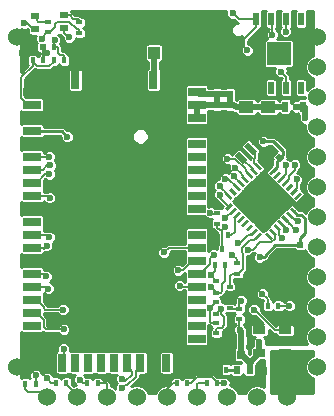
<source format=gbr>
G04 #@! TF.FileFunction,Copper,L1,Top,Signal*
%FSLAX46Y46*%
G04 Gerber Fmt 4.6, Leading zero omitted, Abs format (unit mm)*
G04 Created by KiCad (PCBNEW 4.0.6) date 01/21/18 22:34:32*
%MOMM*%
%LPD*%
G01*
G04 APERTURE LIST*
%ADD10C,0.100000*%
%ADD11C,0.599440*%
%ADD12R,0.600000X0.500000*%
%ADD13R,0.500000X0.600000*%
%ADD14C,1.524000*%
%ADD15R,1.500000X0.800000*%
%ADD16R,0.800000X1.500000*%
%ADD17R,1.100000X1.100000*%
%ADD18R,0.500000X0.900000*%
%ADD19R,0.400000X0.600000*%
%ADD20R,1.000000X1.050000*%
%ADD21R,1.050000X2.200000*%
%ADD22R,0.700000X0.600000*%
%ADD23R,0.600000X0.400000*%
%ADD24R,1.000000X1.000000*%
%ADD25R,0.500000X1.100000*%
%ADD26R,0.600000X0.700000*%
%ADD27R,1.060000X0.650000*%
%ADD28R,1.250000X1.000000*%
%ADD29R,0.533400X0.300000*%
%ADD30R,0.800000X0.750000*%
%ADD31R,0.300000X0.533400*%
%ADD32C,0.600000*%
%ADD33C,0.127000*%
%ADD34C,0.508000*%
%ADD35C,0.254000*%
G04 APERTURE END LIST*
D10*
D11*
X149583140Y-91462860D03*
X151020780Y-91749880D03*
X144820640Y-109245400D03*
X148021040Y-117081300D03*
X146941540Y-116512340D03*
X152001220Y-118148100D03*
X156248100Y-98851720D03*
X152593040Y-108973620D03*
X155625800Y-108473240D03*
X156065220Y-109367320D03*
X155321000Y-110517940D03*
X155938220Y-111445040D03*
X151030940Y-118856760D03*
X143070580Y-117718840D03*
X139895580Y-117777260D03*
X144279620Y-118264940D03*
X133639560Y-116560600D03*
X141516100Y-110385860D03*
X140096240Y-109926120D03*
X138506200Y-110002320D03*
X139674600Y-110980220D03*
X140728700Y-111594900D03*
X142781020Y-111612680D03*
X144236440Y-111325660D03*
X143451580Y-110157260D03*
X142013940Y-108892340D03*
X140192760Y-108585000D03*
X138869420Y-108872020D03*
X140959840Y-107627420D03*
X139235180Y-107261660D03*
X138046460Y-108049060D03*
X137452100Y-109197140D03*
X136723120Y-108066840D03*
X137241280Y-106878120D03*
X139176760Y-105920540D03*
X138102340Y-105516680D03*
X136321800Y-105824020D03*
X138257280Y-104330500D03*
X136664700Y-104673400D03*
X135361680Y-105039160D03*
X135267700Y-103774240D03*
X138026140Y-102969060D03*
X143548100Y-106456480D03*
X145923000Y-105920540D03*
X144678400Y-105288080D03*
X143047720Y-105422700D03*
X141610080Y-104579420D03*
X140901420Y-102834440D03*
X142646400Y-103428800D03*
X144084040Y-103830120D03*
X145656300Y-104251760D03*
X145483580Y-103121460D03*
X144198340Y-102316280D03*
X142684500Y-101627940D03*
X140766800Y-101071680D03*
X138236960Y-101760020D03*
X137873740Y-100495100D03*
X137949940Y-99174300D03*
X138198860Y-98023680D03*
X137355580Y-97391220D03*
X140538200Y-99192080D03*
X142090140Y-99651820D03*
X143586200Y-100342700D03*
X145656300Y-99806760D03*
X144640300Y-99039680D03*
X143009620Y-98425000D03*
X141226540Y-97965260D03*
X147360640Y-91965780D03*
X147688300Y-90949780D03*
X150256240Y-89646760D03*
X149755860Y-87810340D03*
X148610320Y-87802720D03*
X149067520Y-89646760D03*
X147726400Y-89626440D03*
X142242540Y-90182700D03*
X140441680Y-86847680D03*
D12*
X151076840Y-114589560D03*
X149976840Y-114589560D03*
D11*
X144322800Y-97332800D03*
X142595600Y-95148400D03*
X144475200Y-94284800D03*
X144526000Y-95808800D03*
X146405600Y-90373200D03*
X145745200Y-91236800D03*
X141274800Y-91389200D03*
X142646400Y-91084400D03*
X141122400Y-89204800D03*
X141274800Y-87325200D03*
X143306800Y-89001600D03*
X142595600Y-87071200D03*
X144678400Y-87071200D03*
X146100800Y-89357200D03*
X145389600Y-90220800D03*
D13*
X156057600Y-106485600D03*
X156057600Y-107585600D03*
D10*
G36*
X153728895Y-105887951D02*
X153552118Y-106064728D01*
X153057143Y-105569753D01*
X153233920Y-105392976D01*
X153728895Y-105887951D01*
X153728895Y-105887951D01*
G37*
G36*
X154082449Y-105534398D02*
X153905672Y-105711175D01*
X153410697Y-105216200D01*
X153587474Y-105039423D01*
X154082449Y-105534398D01*
X154082449Y-105534398D01*
G37*
G36*
X154436002Y-105180844D02*
X154259225Y-105357621D01*
X153764250Y-104862646D01*
X153941027Y-104685869D01*
X154436002Y-105180844D01*
X154436002Y-105180844D01*
G37*
G36*
X154789556Y-104827291D02*
X154612779Y-105004068D01*
X154117804Y-104509093D01*
X154294581Y-104332316D01*
X154789556Y-104827291D01*
X154789556Y-104827291D01*
G37*
G36*
X155143109Y-104473738D02*
X154966332Y-104650515D01*
X154471357Y-104155540D01*
X154648134Y-103978763D01*
X155143109Y-104473738D01*
X155143109Y-104473738D01*
G37*
G36*
X155496662Y-104120184D02*
X155319885Y-104296961D01*
X154824910Y-103801986D01*
X155001687Y-103625209D01*
X155496662Y-104120184D01*
X155496662Y-104120184D01*
G37*
G36*
X155850216Y-103766631D02*
X155673439Y-103943408D01*
X155178464Y-103448433D01*
X155355241Y-103271656D01*
X155850216Y-103766631D01*
X155850216Y-103766631D01*
G37*
G36*
X156203769Y-103413077D02*
X156026992Y-103589854D01*
X155532017Y-103094879D01*
X155708794Y-102918102D01*
X156203769Y-103413077D01*
X156203769Y-103413077D01*
G37*
G36*
X156026992Y-101998864D02*
X156203769Y-102175641D01*
X155708794Y-102670616D01*
X155532017Y-102493839D01*
X156026992Y-101998864D01*
X156026992Y-101998864D01*
G37*
G36*
X155673439Y-101645310D02*
X155850216Y-101822087D01*
X155355241Y-102317062D01*
X155178464Y-102140285D01*
X155673439Y-101645310D01*
X155673439Y-101645310D01*
G37*
G36*
X155319885Y-101291757D02*
X155496662Y-101468534D01*
X155001687Y-101963509D01*
X154824910Y-101786732D01*
X155319885Y-101291757D01*
X155319885Y-101291757D01*
G37*
G36*
X154966332Y-100938203D02*
X155143109Y-101114980D01*
X154648134Y-101609955D01*
X154471357Y-101433178D01*
X154966332Y-100938203D01*
X154966332Y-100938203D01*
G37*
G36*
X154612779Y-100584650D02*
X154789556Y-100761427D01*
X154294581Y-101256402D01*
X154117804Y-101079625D01*
X154612779Y-100584650D01*
X154612779Y-100584650D01*
G37*
G36*
X154259225Y-100231097D02*
X154436002Y-100407874D01*
X153941027Y-100902849D01*
X153764250Y-100726072D01*
X154259225Y-100231097D01*
X154259225Y-100231097D01*
G37*
G36*
X153905672Y-99877543D02*
X154082449Y-100054320D01*
X153587474Y-100549295D01*
X153410697Y-100372518D01*
X153905672Y-99877543D01*
X153905672Y-99877543D01*
G37*
G36*
X153552118Y-99523990D02*
X153728895Y-99700767D01*
X153233920Y-100195742D01*
X153057143Y-100018965D01*
X153552118Y-99523990D01*
X153552118Y-99523990D01*
G37*
G36*
X152809657Y-100018965D02*
X152632880Y-100195742D01*
X152137905Y-99700767D01*
X152314682Y-99523990D01*
X152809657Y-100018965D01*
X152809657Y-100018965D01*
G37*
G36*
X152456103Y-100372518D02*
X152279326Y-100549295D01*
X151784351Y-100054320D01*
X151961128Y-99877543D01*
X152456103Y-100372518D01*
X152456103Y-100372518D01*
G37*
G36*
X152102550Y-100726072D02*
X151925773Y-100902849D01*
X151430798Y-100407874D01*
X151607575Y-100231097D01*
X152102550Y-100726072D01*
X152102550Y-100726072D01*
G37*
G36*
X151748996Y-101079625D02*
X151572219Y-101256402D01*
X151077244Y-100761427D01*
X151254021Y-100584650D01*
X151748996Y-101079625D01*
X151748996Y-101079625D01*
G37*
G36*
X151395443Y-101433178D02*
X151218666Y-101609955D01*
X150723691Y-101114980D01*
X150900468Y-100938203D01*
X151395443Y-101433178D01*
X151395443Y-101433178D01*
G37*
G36*
X151041890Y-101786732D02*
X150865113Y-101963509D01*
X150370138Y-101468534D01*
X150546915Y-101291757D01*
X151041890Y-101786732D01*
X151041890Y-101786732D01*
G37*
G36*
X150688336Y-102140285D02*
X150511559Y-102317062D01*
X150016584Y-101822087D01*
X150193361Y-101645310D01*
X150688336Y-102140285D01*
X150688336Y-102140285D01*
G37*
G36*
X150334783Y-102493839D02*
X150158006Y-102670616D01*
X149663031Y-102175641D01*
X149839808Y-101998864D01*
X150334783Y-102493839D01*
X150334783Y-102493839D01*
G37*
G36*
X150158006Y-102918102D02*
X150334783Y-103094879D01*
X149839808Y-103589854D01*
X149663031Y-103413077D01*
X150158006Y-102918102D01*
X150158006Y-102918102D01*
G37*
G36*
X150511559Y-103271656D02*
X150688336Y-103448433D01*
X150193361Y-103943408D01*
X150016584Y-103766631D01*
X150511559Y-103271656D01*
X150511559Y-103271656D01*
G37*
G36*
X150865113Y-103625209D02*
X151041890Y-103801986D01*
X150546915Y-104296961D01*
X150370138Y-104120184D01*
X150865113Y-103625209D01*
X150865113Y-103625209D01*
G37*
G36*
X151218666Y-103978763D02*
X151395443Y-104155540D01*
X150900468Y-104650515D01*
X150723691Y-104473738D01*
X151218666Y-103978763D01*
X151218666Y-103978763D01*
G37*
G36*
X151572219Y-104332316D02*
X151748996Y-104509093D01*
X151254021Y-105004068D01*
X151077244Y-104827291D01*
X151572219Y-104332316D01*
X151572219Y-104332316D01*
G37*
G36*
X151925773Y-104685869D02*
X152102550Y-104862646D01*
X151607575Y-105357621D01*
X151430798Y-105180844D01*
X151925773Y-104685869D01*
X151925773Y-104685869D01*
G37*
G36*
X152279326Y-105039423D02*
X152456103Y-105216200D01*
X151961128Y-105711175D01*
X151784351Y-105534398D01*
X152279326Y-105039423D01*
X152279326Y-105039423D01*
G37*
G36*
X152632880Y-105392976D02*
X152809657Y-105569753D01*
X152314682Y-106064728D01*
X152137905Y-105887951D01*
X152632880Y-105392976D01*
X152632880Y-105392976D01*
G37*
G36*
X154153159Y-101574600D02*
X152933400Y-102794359D01*
X151713641Y-101574600D01*
X152933400Y-100354841D01*
X154153159Y-101574600D01*
X154153159Y-101574600D01*
G37*
G36*
X152933400Y-102794359D02*
X151713641Y-104014118D01*
X150493882Y-102794359D01*
X151713641Y-101574600D01*
X152933400Y-102794359D01*
X152933400Y-102794359D01*
G37*
G36*
X155372918Y-102794359D02*
X154153159Y-104014118D01*
X152933400Y-102794359D01*
X154153159Y-101574600D01*
X155372918Y-102794359D01*
X155372918Y-102794359D01*
G37*
G36*
X154153159Y-104014118D02*
X152933400Y-105233877D01*
X151713641Y-104014118D01*
X152933400Y-102794359D01*
X154153159Y-104014118D01*
X154153159Y-104014118D01*
G37*
D14*
X157480000Y-116840000D03*
X157480000Y-114300000D03*
X157480000Y-111760000D03*
X157480000Y-109220000D03*
X157480000Y-106680000D03*
X132080000Y-116840000D03*
X134620000Y-119380000D03*
X137160000Y-119380000D03*
X139700000Y-119380000D03*
X142240000Y-119380000D03*
X144780000Y-119380000D03*
X147320000Y-119380000D03*
X149860000Y-119380000D03*
X152400000Y-119380000D03*
X154940000Y-119380000D03*
X157480000Y-88900000D03*
X132080000Y-88900000D03*
X157480000Y-104140000D03*
X157480000Y-101600000D03*
X157480000Y-99060000D03*
X157480000Y-96520000D03*
X157480000Y-93980000D03*
X157480000Y-91440000D03*
D11*
X139547600Y-87503000D03*
X144576800Y-90982800D03*
D15*
X133385000Y-93521000D03*
X133385000Y-94621000D03*
X133385000Y-95721000D03*
X133385000Y-96821000D03*
X133385000Y-97921000D03*
X133385000Y-99021000D03*
X133385000Y-100121000D03*
X133385000Y-101221000D03*
X133385000Y-102321000D03*
X133385000Y-103421000D03*
X133385000Y-104521000D03*
X133385000Y-105621000D03*
X133385000Y-106721000D03*
X133385000Y-107821000D03*
X133385000Y-108921000D03*
X133385000Y-110021000D03*
X133385000Y-111121000D03*
X133385000Y-112221000D03*
X133385000Y-113321000D03*
X133385000Y-114421000D03*
X133385000Y-115521000D03*
D16*
X134835000Y-116471000D03*
X135935000Y-116471000D03*
X137035000Y-116471000D03*
X138135000Y-116471000D03*
X139235000Y-116471000D03*
X140335000Y-116471000D03*
X141435000Y-116471000D03*
X142535000Y-116471000D03*
X143635000Y-116471000D03*
X144735000Y-116471000D03*
X145835000Y-116471000D03*
D15*
X147285000Y-115521000D03*
X147285000Y-114421000D03*
X147285000Y-113321000D03*
X147285000Y-112221000D03*
X147285000Y-111121000D03*
X147285000Y-110021000D03*
X147285000Y-108921000D03*
X147285000Y-107821000D03*
X147285000Y-106721000D03*
X147285000Y-105621000D03*
X147285000Y-104521000D03*
X147285000Y-103421000D03*
X147285000Y-102321000D03*
X147285000Y-101221000D03*
X147285000Y-100121000D03*
X147285000Y-99021000D03*
X147285000Y-97921000D03*
X147285000Y-96821000D03*
X147285000Y-95721000D03*
X147285000Y-94621000D03*
X147285000Y-93521000D03*
D16*
X145835000Y-92571000D03*
X144735000Y-92571000D03*
X143635000Y-92571000D03*
X142535000Y-92571000D03*
X141435000Y-92571000D03*
X140335000Y-92571000D03*
X139235000Y-92571000D03*
X138135000Y-92571000D03*
X137035000Y-92571000D03*
X135935000Y-92571000D03*
X134835000Y-92571000D03*
D17*
X135085000Y-94271000D03*
X137185000Y-94271000D03*
X139285000Y-94271000D03*
X141385000Y-94271000D03*
X143485000Y-94271000D03*
X145585000Y-94271000D03*
X135085000Y-96071000D03*
X137185000Y-96071000D03*
X139285000Y-96071000D03*
X141385000Y-96071000D03*
X143485000Y-96071000D03*
X145585000Y-96071000D03*
X135085000Y-97871000D03*
X145585000Y-97871000D03*
X135085000Y-101471000D03*
X145585000Y-101471000D03*
X135085000Y-107571000D03*
X145585000Y-107571000D03*
X135085000Y-111171000D03*
X145585000Y-111171000D03*
X135085000Y-112771000D03*
X137185000Y-112771000D03*
X139285000Y-112771000D03*
X141385000Y-112771000D03*
X143485000Y-112771000D03*
X145585000Y-112771000D03*
X135085000Y-114571000D03*
X137035000Y-114571000D03*
X139185000Y-114571000D03*
X141385000Y-114571000D03*
X143485000Y-114571000D03*
X145585000Y-114571000D03*
D18*
X156305380Y-94782640D03*
X154805380Y-94782640D03*
D19*
X138912600Y-118211600D03*
X138012600Y-118211600D03*
X135186000Y-90868500D03*
X136086000Y-90868500D03*
X135186000Y-89725500D03*
X136086000Y-89725500D03*
X133408000Y-90868500D03*
X134308000Y-90868500D03*
D12*
X134281000Y-89725500D03*
X133181000Y-89725500D03*
D20*
X143662400Y-90221800D03*
D21*
X145137400Y-88696800D03*
D20*
X143662400Y-87171800D03*
D21*
X142187400Y-88696800D03*
D13*
X149021800Y-93691800D03*
X149021800Y-92591800D03*
X150114000Y-94674600D03*
X150114000Y-95774600D03*
X149047200Y-94674600D03*
X149047200Y-95774600D03*
X150114000Y-93691800D03*
X150114000Y-92591800D03*
D22*
X133593840Y-87114380D03*
X133593840Y-88214380D03*
X136070340Y-87063400D03*
X136070340Y-88163400D03*
D23*
X134749540Y-88491060D03*
X134749540Y-87591060D03*
D19*
X149725800Y-108204000D03*
X148825800Y-108204000D03*
D23*
X148971000Y-113969800D03*
X148971000Y-113069800D03*
D19*
X133673000Y-118237000D03*
X132773000Y-118237000D03*
D23*
X137358120Y-88562180D03*
X137358120Y-87662180D03*
D24*
X153741500Y-90797000D03*
D25*
X152336500Y-93197000D03*
X153606500Y-93197000D03*
X154876500Y-93197000D03*
X156146500Y-93197000D03*
X156146500Y-87397000D03*
X154876500Y-87397000D03*
X153606500Y-87397000D03*
X152336500Y-87397000D03*
D24*
X153741500Y-89797000D03*
X154741500Y-90797000D03*
X154741500Y-89797000D03*
D23*
X150723600Y-108958800D03*
X150723600Y-108058800D03*
X150901400Y-111894200D03*
X150901400Y-112794200D03*
D13*
X156133800Y-115840600D03*
X156133800Y-114740600D03*
D10*
G36*
X154727218Y-99161684D02*
X154373664Y-99515238D01*
X153949400Y-99090974D01*
X154302954Y-98737420D01*
X154727218Y-99161684D01*
X154727218Y-99161684D01*
G37*
G36*
X153949400Y-98383866D02*
X153595846Y-98737420D01*
X153171582Y-98313156D01*
X153525136Y-97959602D01*
X153949400Y-98383866D01*
X153949400Y-98383866D01*
G37*
D26*
X151781600Y-117068600D03*
X150681600Y-117068600D03*
D19*
X136263800Y-118186200D03*
X135363800Y-118186200D03*
X149776600Y-117068600D03*
X148876600Y-117068600D03*
D27*
X154803200Y-115641200D03*
X154803200Y-114691200D03*
X154803200Y-113741200D03*
X152603200Y-113741200D03*
X152603200Y-115641200D03*
D19*
X146500000Y-118211600D03*
X145600000Y-118211600D03*
X149040000Y-118211600D03*
X148140000Y-118211600D03*
D28*
X151511000Y-94834200D03*
X151511000Y-96834200D03*
X153365200Y-94808800D03*
X153365200Y-96808800D03*
D29*
X148954000Y-110532800D03*
X148954000Y-109532800D03*
X150114000Y-110032800D03*
X148924400Y-112336200D03*
X148924400Y-111336200D03*
X150084400Y-111836200D03*
D30*
X149582440Y-115811300D03*
X151082440Y-115811300D03*
X152946100Y-117195600D03*
X154446100Y-117195600D03*
D31*
X148953600Y-105693600D03*
X149953600Y-105693600D03*
X149453600Y-106853600D03*
D23*
X149047200Y-103829700D03*
X149047200Y-104729700D03*
D19*
X154221600Y-111658400D03*
X153321600Y-111658400D03*
D10*
G36*
X151677123Y-97805770D02*
X152384230Y-98512877D01*
X152030677Y-98866430D01*
X151323570Y-98159323D01*
X151677123Y-97805770D01*
X151677123Y-97805770D01*
G37*
G36*
X150899305Y-98583588D02*
X151606412Y-99290695D01*
X151252859Y-99644248D01*
X150545752Y-98937141D01*
X150899305Y-98583588D01*
X150899305Y-98583588D01*
G37*
D32*
X137688769Y-90373658D03*
X153026226Y-99441232D03*
X132537200Y-90220800D03*
X153364846Y-114568244D03*
X136657500Y-103220100D03*
X156375100Y-102844600D03*
X137337800Y-91393998D03*
X138176000Y-96469200D03*
X152577800Y-91211400D03*
X156946600Y-113004600D03*
X149701086Y-105012376D03*
X134634645Y-90268153D03*
X136055100Y-113639600D03*
X150334211Y-86874226D03*
X151598198Y-90017600D03*
X144526000Y-107137200D03*
X154432000Y-91821000D03*
X148742400Y-107315000D03*
X154838400Y-88442800D03*
X145846800Y-109956600D03*
X153695400Y-88696800D03*
X145719800Y-108635800D03*
X134594600Y-106578400D03*
X149377400Y-111887000D03*
X134831100Y-105832373D03*
X148530597Y-110080009D03*
X132715000Y-87706200D03*
X134747000Y-110193998D03*
X140970000Y-118625202D03*
X136502140Y-88920318D03*
X136020611Y-115304398D03*
X140970000Y-117822002D03*
X135272367Y-89147327D03*
X134570069Y-109165256D03*
X134825156Y-99034600D03*
X134825156Y-100493998D03*
X134848600Y-102514400D03*
X134900958Y-99770949D03*
X135990798Y-111984910D03*
X152148250Y-111983387D03*
X133680200Y-117551200D03*
X154868981Y-105256055D03*
X155701358Y-105208945D03*
X155909989Y-104512512D03*
X150570523Y-99952220D03*
X150493233Y-100675112D03*
X149712680Y-100904040D03*
X149239164Y-102233648D03*
X149257714Y-101506873D03*
X151610619Y-106905045D03*
X134620000Y-117805200D03*
X149718660Y-104252989D03*
X137388600Y-117906800D03*
X150781352Y-106345469D03*
X151053800Y-111226600D03*
X155752808Y-100939600D03*
X154889200Y-99771200D03*
X155614320Y-99718796D03*
X156487712Y-95787723D03*
X155727400Y-94818200D03*
X152946100Y-97735802D03*
X152857200Y-110642400D03*
X152617610Y-107543600D03*
X150261610Y-107315000D03*
X149606000Y-118211600D03*
X150952200Y-113665000D03*
X152603200Y-114706400D03*
X148462012Y-103782515D03*
X134165340Y-89032080D03*
X148488400Y-109067600D03*
X148461765Y-111806806D03*
X136334500Y-97345500D03*
X154547481Y-105931590D03*
X155143200Y-111658400D03*
X149885400Y-99204780D03*
D33*
X153026226Y-99493073D02*
X153026226Y-99441232D01*
X153393019Y-99859866D02*
X153026226Y-99493073D01*
X132943600Y-89814400D02*
X132943600Y-89763600D01*
X132943600Y-89763600D02*
X132080000Y-88900000D01*
X132537200Y-90220800D02*
X132943600Y-89814400D01*
X133181000Y-89725500D02*
X133032500Y-89725500D01*
X133032500Y-89725500D02*
X132537200Y-90220800D01*
D34*
X153487802Y-114691200D02*
X153364846Y-114568244D01*
X154803200Y-114691200D02*
X153487802Y-114691200D01*
D33*
X153393019Y-99859866D02*
X152933400Y-100319485D01*
X152933400Y-100319485D02*
X152933400Y-101574600D01*
X155867893Y-103253978D02*
X155965722Y-103253978D01*
X155965722Y-103253978D02*
X156375100Y-102844600D01*
D35*
X153365200Y-96808800D02*
X155127693Y-96808800D01*
X155203591Y-96732902D02*
X155503590Y-96432903D01*
X155127693Y-96808800D02*
X155203591Y-96732902D01*
D33*
X132080000Y-116840000D02*
X133045200Y-116840000D01*
D35*
X151511000Y-96834200D02*
X153339800Y-96834200D01*
X153339800Y-96834200D02*
X153365200Y-96808800D01*
X155867893Y-103253978D02*
X155857378Y-103253978D01*
X155857378Y-103253978D02*
X155397759Y-102794359D01*
X155397759Y-102794359D02*
X154153159Y-102794359D01*
D34*
X156133800Y-114740600D02*
X156083000Y-113868200D01*
X156083000Y-113868200D02*
X156946600Y-113004600D01*
X156133800Y-114740600D02*
X154852600Y-114740600D01*
X154852600Y-114740600D02*
X154803200Y-114691200D01*
D33*
X139285000Y-95690000D02*
X139285000Y-96613000D01*
X139285000Y-96613000D02*
X139319000Y-96647000D01*
X137160000Y-96392000D02*
X137160000Y-96647000D01*
X137185000Y-95690000D02*
X137185000Y-96367000D01*
X137185000Y-96367000D02*
X137160000Y-96392000D01*
D34*
X143662400Y-90221800D02*
X143662400Y-92543600D01*
X143662400Y-92543600D02*
X143635000Y-92571000D01*
D33*
X149453600Y-105257600D02*
X149698824Y-105012376D01*
X149698824Y-105012376D02*
X149701086Y-105012376D01*
X149453600Y-106853600D02*
X149453600Y-105257600D01*
X149047200Y-104742400D02*
X149047200Y-105069400D01*
X149047200Y-105069400D02*
X149235400Y-105257600D01*
X149235400Y-105257600D02*
X149453600Y-105257600D01*
X134308000Y-90868500D02*
X134308000Y-90594798D01*
X134308000Y-90594798D02*
X134634645Y-90268153D01*
X134344499Y-113452999D02*
X134531100Y-113639600D01*
X134531100Y-113639600D02*
X136055100Y-113639600D01*
X133385000Y-112221000D02*
X133735000Y-112221000D01*
X133735000Y-112221000D02*
X134344499Y-112830499D01*
X134344499Y-112830499D02*
X134344499Y-113452999D01*
X134308000Y-90868500D02*
X134308000Y-89752500D01*
X134308000Y-89752500D02*
X134281000Y-89725500D01*
X152336500Y-87397000D02*
X150856985Y-87397000D01*
X150856985Y-87397000D02*
X150334211Y-86874226D01*
X151333200Y-89077300D02*
X151333200Y-89752602D01*
X151333200Y-89752602D02*
X151598198Y-90017600D01*
X152336500Y-87397000D02*
X152336500Y-88074000D01*
X152336500Y-88074000D02*
X151333200Y-89077300D01*
X147285000Y-106721000D02*
X144942200Y-106721000D01*
X144942200Y-106721000D02*
X144526000Y-107137200D01*
X154876500Y-93197000D02*
X154876500Y-92265500D01*
X154876500Y-92265500D02*
X154432000Y-91821000D01*
X148005800Y-108559600D02*
X148435299Y-108130101D01*
X148435299Y-108130101D02*
X148435299Y-107622101D01*
X148435299Y-107622101D02*
X148742400Y-107315000D01*
X147996400Y-108559600D02*
X148005800Y-108559600D01*
X147285000Y-108921000D02*
X147635000Y-108921000D01*
X147635000Y-108921000D02*
X147996400Y-108559600D01*
X154838400Y-88442800D02*
X154838400Y-87435100D01*
X154838400Y-87435100D02*
X154876500Y-87397000D01*
X147285000Y-110021000D02*
X145911200Y-110021000D01*
X145911200Y-110021000D02*
X145846800Y-109956600D01*
X153695400Y-88696800D02*
X153695400Y-87485900D01*
X153695400Y-87485900D02*
X153606500Y-87397000D01*
X147285000Y-107821000D02*
X146935000Y-107821000D01*
X146935000Y-107821000D02*
X146120200Y-108635800D01*
X146120200Y-108635800D02*
X145719800Y-108635800D01*
D34*
X153365200Y-94808800D02*
X154779220Y-94808800D01*
X154779220Y-94808800D02*
X154805380Y-94782640D01*
X151511000Y-94834200D02*
X153339800Y-94834200D01*
X153339800Y-94834200D02*
X153365200Y-94808800D01*
X153391360Y-94782640D02*
X153365200Y-94808800D01*
X149021800Y-93691800D02*
X149021800Y-94649200D01*
X149021800Y-94649200D02*
X149047200Y-94674600D01*
X150114000Y-93691800D02*
X150114000Y-94674600D01*
X151511000Y-94834200D02*
X150612600Y-94834200D01*
X150612600Y-94834200D02*
X150453000Y-94674600D01*
X150453000Y-94674600D02*
X150114000Y-94674600D01*
X153374600Y-94818200D02*
X153365200Y-94808800D01*
X147285000Y-95721000D02*
X147285000Y-94621000D01*
X150114000Y-93691800D02*
X149021800Y-93691800D01*
X149021800Y-93691800D02*
X147455800Y-93691800D01*
X147455800Y-93691800D02*
X147285000Y-93521000D01*
X149047200Y-94674600D02*
X147338600Y-94674600D01*
X147338600Y-94674600D02*
X147285000Y-94621000D01*
X150114000Y-94674600D02*
X149047200Y-94674600D01*
D33*
X133769100Y-87492840D02*
X133769100Y-87289640D01*
X133769100Y-87289640D02*
X133593840Y-87114380D01*
X133867320Y-87591060D02*
X133769100Y-87492840D01*
X134749540Y-87591060D02*
X133867320Y-87591060D01*
X137358120Y-87662180D02*
X137358120Y-87419180D01*
X136857400Y-87373460D02*
X137312400Y-87373460D01*
X137312400Y-87373460D02*
X137358120Y-87419180D01*
X136070340Y-87063400D02*
X136547340Y-87063400D01*
X136547340Y-87063400D02*
X136857400Y-87373460D01*
X149631400Y-113284000D02*
X149631400Y-112565264D01*
X149631400Y-112565264D02*
X149377400Y-112311264D01*
X149377400Y-112311264D02*
X149377400Y-111887000D01*
X149402800Y-113512600D02*
X149631400Y-113284000D01*
X149101200Y-113512600D02*
X149402800Y-113512600D01*
X148971000Y-113969800D02*
X148971000Y-113642800D01*
X148971000Y-113642800D02*
X149101200Y-113512600D01*
X133385000Y-106721000D02*
X134262000Y-106721000D01*
X134262000Y-106721000D02*
X134348000Y-106807000D01*
X134348000Y-106807000D02*
X134366000Y-106807000D01*
X134594600Y-106578400D02*
X134366000Y-106807000D01*
X148924400Y-112336200D02*
X148928200Y-112336200D01*
X148928200Y-112336200D02*
X149377400Y-111887000D01*
X134619727Y-105621000D02*
X134831100Y-105832373D01*
X133385000Y-105621000D02*
X134619727Y-105621000D01*
X149725800Y-108204000D02*
X149725800Y-109520602D01*
X149453600Y-110426900D02*
X149347700Y-110532800D01*
X149725800Y-109520602D02*
X149453600Y-109792802D01*
X149453600Y-109792802D02*
X149453600Y-110426900D01*
X149347700Y-110532800D02*
X148954000Y-110532800D01*
X148954000Y-110532800D02*
X148954000Y-110503412D01*
X148954000Y-110503412D02*
X148530597Y-110080009D01*
X132715000Y-87706200D02*
X132939700Y-87706200D01*
X132939700Y-87706200D02*
X133604000Y-88370500D01*
X133385000Y-110021000D02*
X134574002Y-110021000D01*
X134574002Y-110021000D02*
X134747000Y-110193998D01*
X142150100Y-117638366D02*
X141399765Y-118388701D01*
X141399765Y-118388701D02*
X141206501Y-118388701D01*
X141206501Y-118388701D02*
X140970000Y-118625202D01*
X142535000Y-116471000D02*
X142535000Y-116821000D01*
X142535000Y-116821000D02*
X142150100Y-117205900D01*
X142150100Y-117205900D02*
X142150100Y-117638366D01*
X136400258Y-88920318D02*
X136502140Y-88920318D01*
X136070340Y-88590400D02*
X136400258Y-88920318D01*
X136070340Y-88163400D02*
X136070340Y-88590400D01*
X136020611Y-115304398D02*
X136020611Y-116385389D01*
X136020611Y-116385389D02*
X135935000Y-116471000D01*
X141206501Y-118058503D02*
X140970000Y-117822002D01*
X141819900Y-117501594D02*
X141262991Y-118058503D01*
X141262991Y-118058503D02*
X141206501Y-118058503D01*
X141435000Y-116821000D02*
X141819900Y-117205900D01*
X141435000Y-116471000D02*
X141435000Y-116821000D01*
X141819900Y-117205900D02*
X141819900Y-117501594D01*
X135186000Y-89233694D02*
X135272367Y-89147327D01*
X135186000Y-89725500D02*
X135186000Y-89233694D01*
X134325813Y-108921000D02*
X134570069Y-109165256D01*
X133385000Y-108921000D02*
X134325813Y-108921000D01*
X136086000Y-90868500D02*
X136086000Y-90441500D01*
X135559800Y-90220800D02*
X135559800Y-89772300D01*
X136086000Y-90441500D02*
X136043100Y-90398600D01*
X136043100Y-90398600D02*
X135737600Y-90398600D01*
X135737600Y-90398600D02*
X135559800Y-90220800D01*
X135559800Y-89772300D02*
X135513000Y-89725500D01*
X135513000Y-89725500D02*
X135186000Y-89725500D01*
X132444499Y-92294701D02*
X133408000Y-91331200D01*
X133408000Y-91331200D02*
X133408000Y-90868500D01*
X133385000Y-94621000D02*
X132992098Y-94621000D01*
X132992098Y-94621000D02*
X132444499Y-94073401D01*
X132444499Y-94073401D02*
X132444499Y-92294701D01*
X135186000Y-90868500D02*
X135186000Y-90968500D01*
X135186000Y-90968500D02*
X134795499Y-91359001D01*
X134795499Y-91359001D02*
X133798501Y-91359001D01*
X133798501Y-91359001D02*
X133408000Y-90968500D01*
X133408000Y-90968500D02*
X133408000Y-90868500D01*
X134811556Y-99021000D02*
X134825156Y-99034600D01*
X133385000Y-99021000D02*
X134811556Y-99021000D01*
X133735000Y-101221000D02*
X134462002Y-100493998D01*
X133385000Y-101221000D02*
X133735000Y-101221000D01*
X134462002Y-100493998D02*
X134825156Y-100493998D01*
X133385000Y-102321000D02*
X134655200Y-102321000D01*
X134655200Y-102321000D02*
X134848600Y-102514400D01*
X134262000Y-100121000D02*
X134612051Y-99770949D01*
X133385000Y-100121000D02*
X134262000Y-100121000D01*
X134612051Y-99770949D02*
X134900958Y-99770949D01*
X134344499Y-111873401D02*
X134456008Y-111984910D01*
X133735000Y-111121000D02*
X134344499Y-111730499D01*
X134456008Y-111984910D02*
X135990798Y-111984910D01*
X134344499Y-111730499D02*
X134344499Y-111873401D01*
X133385000Y-111121000D02*
X133735000Y-111121000D01*
D35*
X150681600Y-117068600D02*
X149776600Y-117068600D01*
D33*
X152448249Y-112283386D02*
X152148250Y-111983387D01*
X153906063Y-113741200D02*
X152448249Y-112283386D01*
X154803200Y-113741200D02*
X153906063Y-113741200D01*
X133680200Y-117551200D02*
X133680200Y-118229800D01*
X133680200Y-118229800D02*
X133673000Y-118237000D01*
X154868981Y-105083493D02*
X154868981Y-105256055D01*
X154453680Y-104668192D02*
X154868981Y-105083493D01*
X155125430Y-104766621D02*
X155163996Y-104766621D01*
X155163996Y-104766621D02*
X155606320Y-105208945D01*
X155606320Y-105208945D02*
X155701358Y-105208945D01*
X154807233Y-104314639D02*
X155125430Y-104632836D01*
X155125430Y-104632836D02*
X155125430Y-104766621D01*
X155712213Y-104512512D02*
X155909989Y-104512512D01*
X155160786Y-103961085D02*
X155712213Y-104512512D01*
X151094923Y-100476620D02*
X150570523Y-99952220D01*
X151413120Y-100920526D02*
X151094923Y-100602329D01*
X151094923Y-100602329D02*
X151094923Y-100476620D01*
X145600000Y-118211600D02*
X145273000Y-118211600D01*
X144780000Y-118719600D02*
X144780000Y-119380000D01*
X144942800Y-118556800D02*
X144780000Y-118719600D01*
X144942800Y-118541800D02*
X144942800Y-118556800D01*
X145273000Y-118211600D02*
X144942800Y-118541800D01*
X150493233Y-100707745D02*
X150493233Y-100675112D01*
X151059567Y-101274079D02*
X150493233Y-100707745D01*
X148140000Y-118211600D02*
X147410770Y-118211600D01*
X147410770Y-118211600D02*
X147320000Y-118302370D01*
X147320000Y-118302370D02*
X147320000Y-119380000D01*
X150706014Y-101627633D02*
X149982421Y-100904040D01*
X149982421Y-100904040D02*
X149712680Y-100904040D01*
X132773000Y-118237000D02*
X132773000Y-118664000D01*
X132773000Y-118664000D02*
X133031800Y-118922800D01*
X133031800Y-118922800D02*
X134162800Y-118922800D01*
X134162800Y-118922800D02*
X134620000Y-119380000D01*
X149998907Y-103253978D02*
X149239164Y-102494235D01*
X149239164Y-102494235D02*
X149239164Y-102233648D01*
X149680710Y-101929869D02*
X149557713Y-101806872D01*
X149680710Y-102016543D02*
X149680710Y-101929869D01*
X149998907Y-102334740D02*
X149680710Y-102016543D01*
X149557713Y-101806872D02*
X149257714Y-101506873D01*
X152684690Y-106255238D02*
X152034883Y-106905045D01*
X153631031Y-106255238D02*
X152684690Y-106255238D01*
X153919405Y-105966864D02*
X153631031Y-106255238D01*
X153919405Y-105548131D02*
X153919405Y-105966864D01*
X153746573Y-105375299D02*
X153919405Y-105548131D01*
X152034883Y-106905045D02*
X151610619Y-106905045D01*
X134620000Y-117805200D02*
X135001000Y-118186200D01*
X135001000Y-118186200D02*
X135363800Y-118186200D01*
X149718660Y-104252989D02*
X149718660Y-104241332D01*
X149718660Y-104241332D02*
X150352460Y-103607532D01*
X137693400Y-118211600D02*
X137388600Y-117906800D01*
X138012600Y-118211600D02*
X137693400Y-118211600D01*
X151095144Y-106726833D02*
X151774928Y-106047049D01*
X151242818Y-108539582D02*
X151242818Y-107263196D01*
X151774928Y-106047049D02*
X152155584Y-106047049D01*
X150823600Y-108958800D02*
X151242818Y-108539582D01*
X151242818Y-107263196D02*
X151095144Y-107115522D01*
X151095144Y-107115522D02*
X151095144Y-106726833D01*
X152155584Y-106047049D02*
X152473781Y-105728852D01*
X150723600Y-108958800D02*
X150823600Y-108958800D01*
X150088600Y-109166800D02*
X150114000Y-109192200D01*
X150114000Y-109192200D02*
X150114000Y-110032800D01*
X150723600Y-108958800D02*
X150296600Y-108958800D01*
X150296600Y-108958800D02*
X150088600Y-109166800D01*
X150998362Y-106345469D02*
X150781352Y-106345469D01*
X151802030Y-105693496D02*
X151650335Y-105693496D01*
X151650335Y-105693496D02*
X150998362Y-106345469D01*
X152120227Y-105375299D02*
X151802030Y-105693496D01*
X150901400Y-111379000D02*
X151053800Y-111226600D01*
X150901400Y-111894200D02*
X150901400Y-111379000D01*
X150901400Y-111894200D02*
X150142400Y-111894200D01*
X150142400Y-111894200D02*
X150084400Y-111836200D01*
X155832537Y-101019329D02*
X155752808Y-100939600D01*
X155832537Y-101662989D02*
X155832537Y-101019329D01*
X155514340Y-101981186D02*
X155832537Y-101662989D01*
X154889200Y-100195464D02*
X154889200Y-99771200D01*
X154889200Y-100485006D02*
X154889200Y-100195464D01*
X154453680Y-100920526D02*
X154889200Y-100485006D01*
X136263800Y-118286200D02*
X137160000Y-119182400D01*
X136263800Y-118186200D02*
X136263800Y-118286200D01*
X137160000Y-119182400D02*
X137160000Y-119380000D01*
X139609230Y-118211600D02*
X139700000Y-118302370D01*
X138912600Y-118211600D02*
X139609230Y-118211600D01*
X139700000Y-118302370D02*
X139700000Y-119380000D01*
X155125430Y-100955882D02*
X155125430Y-100631950D01*
X154807233Y-101274079D02*
X155125430Y-100955882D01*
X155125430Y-100631950D02*
X155614320Y-100143060D01*
X155614320Y-100143060D02*
X155614320Y-99718796D01*
D34*
X154940000Y-119380000D02*
X154940000Y-118302370D01*
X154940000Y-118302370D02*
X155030770Y-118211600D01*
X154803200Y-116164000D02*
X154594700Y-116164000D01*
X154594700Y-116164000D02*
X154446100Y-116312600D01*
X154446100Y-116312600D02*
X154446100Y-117195600D01*
X154803200Y-115641200D02*
X154803200Y-116164000D01*
X156477400Y-95777411D02*
X156487712Y-95787723D01*
X156477400Y-94818200D02*
X156477400Y-95777411D01*
X156477400Y-94818200D02*
X155727400Y-94818200D01*
X154884400Y-115722400D02*
X154803200Y-115641200D01*
D35*
X153955840Y-106485600D02*
X153041874Y-107399566D01*
X156057600Y-106485600D02*
X153955840Y-106485600D01*
X153041874Y-107399566D02*
X153041874Y-107543600D01*
X153041874Y-107543600D02*
X152617610Y-107543600D01*
D34*
X151082440Y-115811300D02*
X151130100Y-115811300D01*
X151130100Y-115811300D02*
X151781600Y-116462800D01*
X152603200Y-115641200D02*
X151781600Y-116462800D01*
X151781600Y-116462800D02*
X151781600Y-117068600D01*
X151076840Y-114589560D02*
X151076840Y-115805700D01*
X151076840Y-115805700D02*
X151082440Y-115811300D01*
X151076840Y-114589560D02*
X151076840Y-113789640D01*
X151076840Y-113789640D02*
X150952200Y-113665000D01*
D35*
X154585796Y-98512756D02*
X153778632Y-97705592D01*
X153778632Y-97705592D02*
X152976310Y-97705592D01*
X152976310Y-97705592D02*
X152946100Y-97735802D01*
X154338309Y-99126329D02*
X154585796Y-98878842D01*
X154585796Y-98878842D02*
X154585796Y-98512756D01*
X153746573Y-100213419D02*
X154064770Y-99895222D01*
X154064770Y-99895222D02*
X154064770Y-99399868D01*
X154064770Y-99399868D02*
X154338309Y-99126329D01*
D33*
X153321600Y-111658400D02*
X153321600Y-111106800D01*
X153321600Y-111106800D02*
X152857200Y-110642400D01*
D35*
X156463999Y-104238922D02*
X156150806Y-103925729D01*
X155832537Y-103925729D02*
X155514340Y-103607532D01*
X156150806Y-103925729D02*
X155832537Y-103925729D01*
X156057600Y-106485600D02*
X156057600Y-105931600D01*
X156463999Y-105525201D02*
X156463999Y-104238922D01*
X156057600Y-105931600D02*
X156463999Y-105525201D01*
D33*
X150306800Y-107315000D02*
X150261610Y-107315000D01*
X150723600Y-108058800D02*
X150723600Y-107731800D01*
X150723600Y-107731800D02*
X150306800Y-107315000D01*
X149040000Y-118211600D02*
X149606000Y-118211600D01*
X147335000Y-117703600D02*
X148632000Y-117703600D01*
X148632000Y-117703600D02*
X149040000Y-118111600D01*
X149040000Y-118111600D02*
X149040000Y-118211600D01*
X146500000Y-118211600D02*
X146827000Y-118211600D01*
X146827000Y-118211600D02*
X147335000Y-117703600D01*
X150901400Y-112794200D02*
X150901400Y-113614200D01*
X150901400Y-113614200D02*
X150952200Y-113665000D01*
D35*
X150883200Y-113596000D02*
X150952200Y-113665000D01*
D34*
X150968800Y-113681600D02*
X150952200Y-113665000D01*
X152603200Y-115641200D02*
X152603200Y-114706400D01*
X152492800Y-115751600D02*
X152603200Y-115641200D01*
D33*
X148521897Y-103842400D02*
X148462012Y-103782515D01*
X149047200Y-103842400D02*
X148521897Y-103842400D01*
X134165340Y-88975260D02*
X134165340Y-89032080D01*
X134649540Y-88491060D02*
X134165340Y-88975260D01*
X134749540Y-88491060D02*
X134649540Y-88491060D01*
X134749540Y-88491060D02*
X134849540Y-88491060D01*
X134849540Y-88491060D02*
X135333740Y-88006860D01*
X137294620Y-88237060D02*
X137358120Y-88300560D01*
X135333740Y-88006860D02*
X135333740Y-87777320D01*
X137358120Y-88300560D02*
X137358120Y-88562180D01*
X135333740Y-87777320D02*
X135483600Y-87627460D01*
X137136902Y-88237060D02*
X137294620Y-88237060D01*
X135483600Y-87627460D02*
X136527302Y-87627460D01*
X136527302Y-87627460D02*
X137136902Y-88237060D01*
X148971000Y-113069800D02*
X148544000Y-113069800D01*
X148544000Y-113069800D02*
X148461765Y-112987565D01*
X148461765Y-112987565D02*
X148461765Y-112231070D01*
X148461765Y-112231070D02*
X148461765Y-111806806D01*
X148825800Y-108204000D02*
X148825800Y-108730200D01*
X148825800Y-108730200D02*
X148488400Y-109067600D01*
X148954000Y-109532800D02*
X148953600Y-109532800D01*
X148953600Y-109532800D02*
X148488400Y-109067600D01*
X148924400Y-111336200D02*
X148924400Y-111344171D01*
X148924400Y-111344171D02*
X148461765Y-111806806D01*
D35*
X133385000Y-96821000D02*
X133439001Y-96875001D01*
X133439001Y-96875001D02*
X135864001Y-96875001D01*
X135864001Y-96875001D02*
X136334500Y-97345500D01*
D33*
X150706014Y-103961085D02*
X150500080Y-104167019D01*
X150500080Y-104167019D02*
X150500080Y-105424120D01*
X150500080Y-105424120D02*
X150230600Y-105693600D01*
X150230600Y-105693600D02*
X149953600Y-105693600D01*
X154279321Y-105663430D02*
X154547481Y-105931590D01*
X154279321Y-105200940D02*
X154279321Y-105663430D01*
X154100126Y-105021745D02*
X154279321Y-105200940D01*
X154100126Y-100566973D02*
X154100126Y-100484074D01*
X154221600Y-111658400D02*
X155143200Y-111658400D01*
X152276201Y-99097439D02*
X152155584Y-99218056D01*
X152155584Y-99218056D02*
X152155584Y-99541669D01*
X152276201Y-98747085D02*
X152276201Y-99097439D01*
X151851938Y-98322822D02*
X152276201Y-98747085D01*
X152473781Y-99859866D02*
X152155584Y-99541669D01*
X152473781Y-99859866D02*
X152463266Y-99859866D01*
X151074120Y-99100640D02*
X152120227Y-100146747D01*
X152120227Y-100146747D02*
X152120227Y-100213419D01*
X151448477Y-100248776D02*
X151766674Y-100566973D01*
X149885400Y-99204780D02*
X150543966Y-99204780D01*
X150543966Y-99204780D02*
X151448477Y-100109291D01*
X151448477Y-100109291D02*
X151448477Y-100248776D01*
D35*
G36*
X157151000Y-115457122D02*
X157151000Y-115876627D01*
X156905234Y-115978175D01*
X156619179Y-116263731D01*
X156464176Y-116637018D01*
X156463824Y-117041208D01*
X156618175Y-117414766D01*
X156903731Y-117700821D01*
X157151000Y-117803497D01*
X157151000Y-119051000D01*
X153618245Y-119051000D01*
X153606901Y-115445942D01*
X157151000Y-115457122D01*
X157151000Y-115457122D01*
G37*
X157151000Y-115457122D02*
X157151000Y-115876627D01*
X156905234Y-115978175D01*
X156619179Y-116263731D01*
X156464176Y-116637018D01*
X156463824Y-117041208D01*
X156618175Y-117414766D01*
X156903731Y-117700821D01*
X157151000Y-117803497D01*
X157151000Y-119051000D01*
X153618245Y-119051000D01*
X153606901Y-115445942D01*
X157151000Y-115457122D01*
G36*
X149780307Y-86763545D02*
X149780115Y-86983940D01*
X149864278Y-87187632D01*
X150019985Y-87343611D01*
X150223530Y-87428130D01*
X150439291Y-87428318D01*
X150632479Y-87621506D01*
X150735483Y-87690332D01*
X150830360Y-87709204D01*
X150705584Y-87709095D01*
X150483508Y-87800855D01*
X150313452Y-87970615D01*
X150221305Y-88192530D01*
X150221095Y-88432816D01*
X150312855Y-88654892D01*
X150482615Y-88824948D01*
X150704530Y-88917095D01*
X150944816Y-88917305D01*
X151114151Y-88847337D01*
X151108694Y-88852794D01*
X151039868Y-88955798D01*
X151015700Y-89077300D01*
X151015700Y-89752602D01*
X151034477Y-89847002D01*
X151039868Y-89874104D01*
X151051001Y-89890766D01*
X151044294Y-89906919D01*
X151044102Y-90127314D01*
X151128265Y-90331006D01*
X151283972Y-90486985D01*
X151487517Y-90571504D01*
X151707912Y-90571696D01*
X151911604Y-90487533D01*
X152067583Y-90331826D01*
X152152102Y-90128281D01*
X152152294Y-89907886D01*
X152068131Y-89704194D01*
X151912424Y-89548215D01*
X151708879Y-89463696D01*
X151650700Y-89463645D01*
X151650700Y-89208812D01*
X152561006Y-88298507D01*
X152628058Y-88198156D01*
X152680627Y-88188265D01*
X152767076Y-88132636D01*
X152825072Y-88047756D01*
X152845476Y-87947000D01*
X152845476Y-86847000D01*
X152827765Y-86752873D01*
X152786663Y-86689000D01*
X153157041Y-86689000D01*
X153117928Y-86746244D01*
X153097524Y-86847000D01*
X153097524Y-87947000D01*
X153115235Y-88041127D01*
X153170864Y-88127576D01*
X153255744Y-88185572D01*
X153356500Y-88205976D01*
X153377900Y-88205976D01*
X153377900Y-88230954D01*
X153226015Y-88382574D01*
X153141496Y-88586119D01*
X153141304Y-88806514D01*
X153225467Y-89010206D01*
X153253236Y-89038024D01*
X153241500Y-89038024D01*
X153147373Y-89055735D01*
X153060924Y-89111364D01*
X153002928Y-89196244D01*
X152982524Y-89297000D01*
X152982524Y-91297000D01*
X153000235Y-91391127D01*
X153055864Y-91477576D01*
X153140744Y-91535572D01*
X153241500Y-91555976D01*
X153942185Y-91555976D01*
X153878096Y-91710319D01*
X153877904Y-91930714D01*
X153962067Y-92134406D01*
X154117774Y-92290385D01*
X154321319Y-92374904D01*
X154537080Y-92375092D01*
X154559000Y-92397012D01*
X154559000Y-92400725D01*
X154532373Y-92405735D01*
X154445924Y-92461364D01*
X154387928Y-92546244D01*
X154367524Y-92647000D01*
X154367524Y-93747000D01*
X154385235Y-93841127D01*
X154440864Y-93927576D01*
X154525744Y-93985572D01*
X154626500Y-94005976D01*
X155126500Y-94005976D01*
X155220627Y-93988265D01*
X155307076Y-93932636D01*
X155365072Y-93847756D01*
X155385476Y-93747000D01*
X155385476Y-92647000D01*
X155367765Y-92552873D01*
X155312136Y-92466424D01*
X155227256Y-92408428D01*
X155194000Y-92401693D01*
X155194000Y-92265500D01*
X155169832Y-92143998D01*
X155101006Y-92040994D01*
X154985909Y-91925897D01*
X154986096Y-91711286D01*
X154921924Y-91555976D01*
X155241500Y-91555976D01*
X155335627Y-91538265D01*
X155422076Y-91482636D01*
X155480072Y-91397756D01*
X155500476Y-91297000D01*
X155500476Y-89297000D01*
X155482765Y-89202873D01*
X155427136Y-89116424D01*
X155342256Y-89058428D01*
X155241500Y-89038024D01*
X154137740Y-89038024D01*
X154164785Y-89011026D01*
X154249304Y-88807481D01*
X154249496Y-88587086D01*
X154165333Y-88383394D01*
X154012900Y-88230695D01*
X154012900Y-88148193D01*
X154037076Y-88132636D01*
X154095072Y-88047756D01*
X154115476Y-87947000D01*
X154115476Y-86847000D01*
X154097765Y-86752873D01*
X154056663Y-86689000D01*
X154427041Y-86689000D01*
X154387928Y-86746244D01*
X154367524Y-86847000D01*
X154367524Y-87947000D01*
X154385235Y-88041127D01*
X154413153Y-88084513D01*
X154369015Y-88128574D01*
X154284496Y-88332119D01*
X154284304Y-88552514D01*
X154368467Y-88756206D01*
X154524174Y-88912185D01*
X154727719Y-88996704D01*
X154948114Y-88996896D01*
X155151806Y-88912733D01*
X155307785Y-88757026D01*
X155392304Y-88553481D01*
X155392496Y-88333086D01*
X155308694Y-88130268D01*
X155365072Y-88047756D01*
X155385476Y-87947000D01*
X155385476Y-86847000D01*
X155367765Y-86752873D01*
X155326663Y-86689000D01*
X155697041Y-86689000D01*
X155657928Y-86746244D01*
X155637524Y-86847000D01*
X155637524Y-87947000D01*
X155655235Y-88041127D01*
X155710864Y-88127576D01*
X155795744Y-88185572D01*
X155896500Y-88205976D01*
X156396500Y-88205976D01*
X156490627Y-88188265D01*
X156577076Y-88132636D01*
X156635072Y-88047756D01*
X156655476Y-87947000D01*
X156655476Y-86847000D01*
X156637765Y-86752873D01*
X156596663Y-86689000D01*
X157151000Y-86689000D01*
X157151000Y-90476627D01*
X156905234Y-90578175D01*
X156619179Y-90863731D01*
X156464176Y-91237018D01*
X156463824Y-91641208D01*
X156618175Y-92014766D01*
X156903731Y-92300821D01*
X157151000Y-92403497D01*
X157151000Y-93016627D01*
X156905234Y-93118175D01*
X156655476Y-93367497D01*
X156655476Y-92647000D01*
X156637765Y-92552873D01*
X156582136Y-92466424D01*
X156497256Y-92408428D01*
X156396500Y-92388024D01*
X155896500Y-92388024D01*
X155802373Y-92405735D01*
X155715924Y-92461364D01*
X155657928Y-92546244D01*
X155637524Y-92647000D01*
X155637524Y-93747000D01*
X155655235Y-93841127D01*
X155710864Y-93927576D01*
X155795744Y-93985572D01*
X155896500Y-94005976D01*
X156396500Y-94005976D01*
X156463988Y-93993277D01*
X156463918Y-94073664D01*
X156055380Y-94073664D01*
X155961253Y-94091375D01*
X155874804Y-94147004D01*
X155816808Y-94231884D01*
X155810249Y-94264272D01*
X155617686Y-94264104D01*
X155413994Y-94348267D01*
X155314356Y-94447731D01*
X155314356Y-94332640D01*
X155296645Y-94238513D01*
X155241016Y-94152064D01*
X155156136Y-94094068D01*
X155055380Y-94073664D01*
X154555380Y-94073664D01*
X154461253Y-94091375D01*
X154374804Y-94147004D01*
X154316808Y-94231884D01*
X154302852Y-94300800D01*
X154247671Y-94300800D01*
X154231465Y-94214673D01*
X154175836Y-94128224D01*
X154090956Y-94070228D01*
X153990200Y-94049824D01*
X152740200Y-94049824D01*
X152646073Y-94067535D01*
X152559624Y-94123164D01*
X152501628Y-94208044D01*
X152481224Y-94308800D01*
X152481224Y-94326200D01*
X152393471Y-94326200D01*
X152377265Y-94240073D01*
X152321636Y-94153624D01*
X152236756Y-94095628D01*
X152136000Y-94075224D01*
X150886000Y-94075224D01*
X150791873Y-94092935D01*
X150705424Y-94148564D01*
X150660637Y-94214112D01*
X150647403Y-94205269D01*
X150622000Y-94200216D01*
X150622000Y-93996620D01*
X150622976Y-93991800D01*
X150622976Y-93391800D01*
X150605265Y-93297673D01*
X150549636Y-93211224D01*
X150464756Y-93153228D01*
X150364000Y-93132824D01*
X149864000Y-93132824D01*
X149769873Y-93150535D01*
X149718178Y-93183800D01*
X149417300Y-93183800D01*
X149372556Y-93153228D01*
X149271800Y-93132824D01*
X148771800Y-93132824D01*
X148677673Y-93150535D01*
X148625978Y-93183800D01*
X148293976Y-93183800D01*
X148293976Y-93121000D01*
X148276265Y-93026873D01*
X148220636Y-92940424D01*
X148135756Y-92882428D01*
X148035000Y-92862024D01*
X146535000Y-92862024D01*
X146440873Y-92879735D01*
X146354424Y-92935364D01*
X146296428Y-93020244D01*
X146276024Y-93121000D01*
X146276024Y-93921000D01*
X146293735Y-94015127D01*
X146329876Y-94071291D01*
X146296428Y-94120244D01*
X146276024Y-94221000D01*
X146276024Y-95021000D01*
X146293735Y-95115127D01*
X146329876Y-95171291D01*
X146296428Y-95220244D01*
X146276024Y-95321000D01*
X146276024Y-96121000D01*
X146293735Y-96215127D01*
X146349364Y-96301576D01*
X146434244Y-96359572D01*
X146535000Y-96379976D01*
X148035000Y-96379976D01*
X148129127Y-96362265D01*
X148215576Y-96306636D01*
X148273572Y-96221756D01*
X148293976Y-96121000D01*
X148293976Y-95321000D01*
X148276265Y-95226873D01*
X148247776Y-95182600D01*
X148651700Y-95182600D01*
X148696444Y-95213172D01*
X148797200Y-95233576D01*
X149297200Y-95233576D01*
X149391327Y-95215865D01*
X149443022Y-95182600D01*
X149718500Y-95182600D01*
X149763244Y-95213172D01*
X149864000Y-95233576D01*
X150313502Y-95233576D01*
X150313866Y-95233819D01*
X150418197Y-95303531D01*
X150612600Y-95342200D01*
X150628529Y-95342200D01*
X150644735Y-95428327D01*
X150700364Y-95514776D01*
X150785244Y-95572772D01*
X150886000Y-95593176D01*
X152136000Y-95593176D01*
X152230127Y-95575465D01*
X152316576Y-95519836D01*
X152374572Y-95434956D01*
X152393356Y-95342200D01*
X152487509Y-95342200D01*
X152498935Y-95402927D01*
X152554564Y-95489376D01*
X152639444Y-95547372D01*
X152740200Y-95567776D01*
X153990200Y-95567776D01*
X154084327Y-95550065D01*
X154170776Y-95494436D01*
X154228772Y-95409556D01*
X154247556Y-95316800D01*
X154312240Y-95316800D01*
X154314115Y-95326767D01*
X154369744Y-95413216D01*
X154454624Y-95471212D01*
X154555380Y-95491616D01*
X155055380Y-95491616D01*
X155149507Y-95473905D01*
X155235956Y-95418276D01*
X155293952Y-95333396D01*
X155314356Y-95232640D01*
X155314356Y-95188594D01*
X155413174Y-95287585D01*
X155616719Y-95372104D01*
X155837114Y-95372296D01*
X155842090Y-95370240D01*
X155869744Y-95413216D01*
X155954624Y-95471212D01*
X155969400Y-95474204D01*
X155969400Y-95591327D01*
X155933808Y-95677042D01*
X155933616Y-95897437D01*
X156017779Y-96101129D01*
X156173486Y-96257108D01*
X156377031Y-96341627D01*
X156464155Y-96341703D01*
X156463824Y-96721208D01*
X156618175Y-97094766D01*
X156903731Y-97380821D01*
X157151000Y-97483497D01*
X157151000Y-98096627D01*
X156905234Y-98198175D01*
X156619179Y-98483731D01*
X156464176Y-98857018D01*
X156463824Y-99261208D01*
X156618175Y-99634766D01*
X156903731Y-99920821D01*
X157151000Y-100023497D01*
X157151000Y-100636627D01*
X156905234Y-100738175D01*
X156619179Y-101023731D01*
X156464176Y-101397018D01*
X156463824Y-101801208D01*
X156618175Y-102174766D01*
X156903731Y-102460821D01*
X157151000Y-102563497D01*
X157151000Y-103176627D01*
X156905234Y-103278175D01*
X156619179Y-103563731D01*
X156533635Y-103769742D01*
X156420214Y-103656321D01*
X156296609Y-103573731D01*
X156150806Y-103544729D01*
X155994562Y-103544729D01*
X155538365Y-103088532D01*
X155459283Y-103034498D01*
X155358819Y-103012705D01*
X155257790Y-103031715D01*
X155172117Y-103088532D01*
X154995340Y-103265309D01*
X154941306Y-103344391D01*
X154933639Y-103379735D01*
X154904236Y-103385268D01*
X154818563Y-103442085D01*
X154641786Y-103618862D01*
X154587752Y-103697944D01*
X154580085Y-103733290D01*
X154550683Y-103738822D01*
X154465010Y-103795639D01*
X154288233Y-103972416D01*
X154234199Y-104051498D01*
X154226532Y-104086843D01*
X154197130Y-104092375D01*
X154111457Y-104149192D01*
X153934680Y-104325969D01*
X153880646Y-104405051D01*
X153872979Y-104440395D01*
X153843576Y-104445928D01*
X153757903Y-104502745D01*
X153581126Y-104679522D01*
X153527092Y-104758604D01*
X153519425Y-104793950D01*
X153490023Y-104799482D01*
X153404350Y-104856299D01*
X153227573Y-105033076D01*
X153173539Y-105112158D01*
X153165872Y-105147502D01*
X153136469Y-105153035D01*
X153050796Y-105209852D01*
X152933400Y-105327248D01*
X152816004Y-105209852D01*
X152736922Y-105155818D01*
X152701576Y-105148151D01*
X152696044Y-105118749D01*
X152639227Y-105033076D01*
X152462450Y-104856299D01*
X152383368Y-104802265D01*
X152348024Y-104794598D01*
X152342491Y-104765195D01*
X152285674Y-104679522D01*
X152108897Y-104502745D01*
X152029815Y-104448711D01*
X151994469Y-104441044D01*
X151988937Y-104411642D01*
X151932120Y-104325969D01*
X151755343Y-104149192D01*
X151676261Y-104095158D01*
X151640916Y-104087491D01*
X151635384Y-104058089D01*
X151578567Y-103972416D01*
X151401790Y-103795639D01*
X151322708Y-103741605D01*
X151287364Y-103733938D01*
X151281831Y-103704535D01*
X151225014Y-103618862D01*
X151048237Y-103442085D01*
X150969155Y-103388051D01*
X150933809Y-103380384D01*
X150928277Y-103350982D01*
X150871460Y-103265309D01*
X150694683Y-103088532D01*
X150615601Y-103034498D01*
X150580257Y-103026831D01*
X150574724Y-102997428D01*
X150517907Y-102911755D01*
X150400511Y-102794359D01*
X150517907Y-102676963D01*
X150571941Y-102597881D01*
X150579608Y-102562535D01*
X150609010Y-102557003D01*
X150694683Y-102500186D01*
X150871460Y-102323409D01*
X150925494Y-102244327D01*
X150933161Y-102208983D01*
X150962564Y-102203450D01*
X151048237Y-102146633D01*
X151225014Y-101969856D01*
X151279048Y-101890774D01*
X151286715Y-101855428D01*
X151316117Y-101849896D01*
X151401790Y-101793079D01*
X151578567Y-101616302D01*
X151632601Y-101537220D01*
X151640268Y-101501875D01*
X151669670Y-101496343D01*
X151755343Y-101439526D01*
X151932120Y-101262749D01*
X151986154Y-101183667D01*
X151993821Y-101148323D01*
X152023224Y-101142790D01*
X152108897Y-101085973D01*
X152285674Y-100909196D01*
X152339708Y-100830114D01*
X152347375Y-100794768D01*
X152376777Y-100789236D01*
X152462450Y-100732419D01*
X152639227Y-100555642D01*
X152693261Y-100476560D01*
X152700928Y-100441216D01*
X152730331Y-100435683D01*
X152816004Y-100378866D01*
X152992781Y-100202089D01*
X153046815Y-100123007D01*
X153068608Y-100022543D01*
X153049598Y-99921514D01*
X152992781Y-99835841D01*
X152497806Y-99340866D01*
X152488289Y-99334364D01*
X152500707Y-99321946D01*
X152569533Y-99218941D01*
X152580210Y-99165262D01*
X152593701Y-99097439D01*
X152593701Y-98747085D01*
X152579890Y-98677653D01*
X152621388Y-98616919D01*
X152643181Y-98516455D01*
X152624171Y-98415426D01*
X152567354Y-98329753D01*
X152083117Y-97845516D01*
X152392004Y-97845516D01*
X152476167Y-98049208D01*
X152631874Y-98205187D01*
X152835419Y-98289706D01*
X153055814Y-98289898D01*
X153259506Y-98205735D01*
X153378857Y-98086592D01*
X153620816Y-98086592D01*
X154104175Y-98569951D01*
X153766276Y-98907850D01*
X153712242Y-98986932D01*
X153690449Y-99087396D01*
X153709459Y-99188425D01*
X153732957Y-99223857D01*
X153712772Y-99254065D01*
X153709178Y-99272132D01*
X153683770Y-99399868D01*
X153683770Y-99733197D01*
X153227573Y-100189394D01*
X153173539Y-100268476D01*
X153151746Y-100368940D01*
X153170756Y-100469969D01*
X153227573Y-100555642D01*
X153404350Y-100732419D01*
X153483432Y-100786453D01*
X153518776Y-100794120D01*
X153524309Y-100823523D01*
X153581126Y-100909196D01*
X153757903Y-101085973D01*
X153836985Y-101140007D01*
X153872331Y-101147674D01*
X153877863Y-101177076D01*
X153934680Y-101262749D01*
X154111457Y-101439526D01*
X154190539Y-101493560D01*
X154225884Y-101501227D01*
X154231416Y-101530629D01*
X154288233Y-101616302D01*
X154465010Y-101793079D01*
X154544092Y-101847113D01*
X154579436Y-101854780D01*
X154584969Y-101884183D01*
X154641786Y-101969856D01*
X154818563Y-102146633D01*
X154897645Y-102200667D01*
X154932991Y-102208334D01*
X154938523Y-102237736D01*
X154995340Y-102323409D01*
X155172117Y-102500186D01*
X155251199Y-102554220D01*
X155286543Y-102561887D01*
X155292076Y-102591290D01*
X155348893Y-102676963D01*
X155525670Y-102853740D01*
X155604752Y-102907774D01*
X155705216Y-102929567D01*
X155806245Y-102910557D01*
X155891918Y-102853740D01*
X156386893Y-102358765D01*
X156440927Y-102279683D01*
X156462720Y-102179219D01*
X156443710Y-102078190D01*
X156386893Y-101992517D01*
X156210116Y-101815740D01*
X156131034Y-101761706D01*
X156130427Y-101761574D01*
X156150037Y-101662989D01*
X156150037Y-101325856D01*
X156222193Y-101253826D01*
X156306712Y-101050281D01*
X156306904Y-100829886D01*
X156222741Y-100626194D01*
X156067034Y-100470215D01*
X155863489Y-100385696D01*
X155820733Y-100385659D01*
X155838826Y-100367566D01*
X155907652Y-100264562D01*
X155922289Y-100190975D01*
X155927726Y-100188729D01*
X156083705Y-100033022D01*
X156168224Y-99829477D01*
X156168416Y-99609082D01*
X156084253Y-99405390D01*
X155928546Y-99249411D01*
X155725001Y-99164892D01*
X155504606Y-99164700D01*
X155300914Y-99248863D01*
X155225609Y-99324037D01*
X155203426Y-99301815D01*
X154999881Y-99217296D01*
X154974886Y-99217274D01*
X154986169Y-99165262D01*
X154967159Y-99064233D01*
X154938512Y-99021036D01*
X154966796Y-98878842D01*
X154966796Y-98512756D01*
X154937794Y-98366954D01*
X154937794Y-98366953D01*
X154886179Y-98289706D01*
X154855204Y-98243348D01*
X154855201Y-98243346D01*
X154048040Y-97436184D01*
X153924435Y-97353594D01*
X153778632Y-97324592D01*
X153318400Y-97324592D01*
X153260326Y-97266417D01*
X153056781Y-97181898D01*
X152836386Y-97181706D01*
X152632694Y-97265869D01*
X152476715Y-97421576D01*
X152392196Y-97625121D01*
X152392004Y-97845516D01*
X152083117Y-97845516D01*
X151860247Y-97622646D01*
X151781165Y-97568612D01*
X151680701Y-97546819D01*
X151579672Y-97565829D01*
X151493999Y-97622646D01*
X151140446Y-97976199D01*
X151086412Y-98055281D01*
X151064619Y-98155745D01*
X151083629Y-98256774D01*
X151140446Y-98342447D01*
X151847553Y-99049554D01*
X151879206Y-99071181D01*
X151862252Y-99096554D01*
X151843789Y-99189377D01*
X151789536Y-99107571D01*
X151082429Y-98400464D01*
X151003347Y-98346430D01*
X150902883Y-98324637D01*
X150801854Y-98343647D01*
X150716181Y-98400464D01*
X150362628Y-98754017D01*
X150308594Y-98833099D01*
X150306553Y-98842509D01*
X150199626Y-98735395D01*
X149996081Y-98650876D01*
X149775686Y-98650684D01*
X149571994Y-98734847D01*
X149416015Y-98890554D01*
X149331496Y-99094099D01*
X149331304Y-99314494D01*
X149415467Y-99518186D01*
X149571174Y-99674165D01*
X149774719Y-99758684D01*
X149995114Y-99758876D01*
X150062506Y-99731030D01*
X150016619Y-99841539D01*
X150016427Y-100061934D01*
X150100590Y-100265626D01*
X150109916Y-100274968D01*
X150023848Y-100360886D01*
X149998171Y-100422723D01*
X149823361Y-100350136D01*
X149602966Y-100349944D01*
X149399274Y-100434107D01*
X149243295Y-100589814D01*
X149158776Y-100793359D01*
X149158637Y-100952786D01*
X149148000Y-100952777D01*
X148944308Y-101036940D01*
X148788329Y-101192647D01*
X148703810Y-101396192D01*
X148703618Y-101616587D01*
X148787781Y-101820279D01*
X148828367Y-101860936D01*
X148769779Y-101919422D01*
X148685260Y-102122967D01*
X148685068Y-102343362D01*
X148769231Y-102547054D01*
X148924938Y-102703033D01*
X149051505Y-102755588D01*
X149502888Y-103206972D01*
X149479907Y-103229953D01*
X149425873Y-103309035D01*
X149409744Y-103383390D01*
X149347200Y-103370724D01*
X148833732Y-103370724D01*
X148776238Y-103313130D01*
X148572693Y-103228611D01*
X148352298Y-103228419D01*
X148293976Y-103252517D01*
X148293976Y-103021000D01*
X148276265Y-102926873D01*
X148240124Y-102870709D01*
X148273572Y-102821756D01*
X148293976Y-102721000D01*
X148293976Y-101921000D01*
X148276265Y-101826873D01*
X148240124Y-101770709D01*
X148273572Y-101721756D01*
X148293976Y-101621000D01*
X148293976Y-100821000D01*
X148276265Y-100726873D01*
X148240124Y-100670709D01*
X148273572Y-100621756D01*
X148293976Y-100521000D01*
X148293976Y-99721000D01*
X148276265Y-99626873D01*
X148240124Y-99570709D01*
X148273572Y-99521756D01*
X148293976Y-99421000D01*
X148293976Y-98621000D01*
X148276265Y-98526873D01*
X148240124Y-98470709D01*
X148273572Y-98421756D01*
X148293976Y-98321000D01*
X148293976Y-97521000D01*
X148276265Y-97426873D01*
X148220636Y-97340424D01*
X148135756Y-97282428D01*
X148035000Y-97262024D01*
X146535000Y-97262024D01*
X146440873Y-97279735D01*
X146354424Y-97335364D01*
X146296428Y-97420244D01*
X146276024Y-97521000D01*
X146276024Y-98321000D01*
X146293735Y-98415127D01*
X146329876Y-98471291D01*
X146296428Y-98520244D01*
X146276024Y-98621000D01*
X146276024Y-99421000D01*
X146293735Y-99515127D01*
X146329876Y-99571291D01*
X146296428Y-99620244D01*
X146276024Y-99721000D01*
X146276024Y-100521000D01*
X146293735Y-100615127D01*
X146329876Y-100671291D01*
X146296428Y-100720244D01*
X146276024Y-100821000D01*
X146276024Y-101621000D01*
X146293735Y-101715127D01*
X146329876Y-101771291D01*
X146296428Y-101820244D01*
X146276024Y-101921000D01*
X146276024Y-102721000D01*
X146293735Y-102815127D01*
X146329876Y-102871291D01*
X146296428Y-102920244D01*
X146276024Y-103021000D01*
X146276024Y-103821000D01*
X146293735Y-103915127D01*
X146349364Y-104001576D01*
X146434244Y-104059572D01*
X146535000Y-104079976D01*
X147985491Y-104079976D01*
X147992079Y-104095921D01*
X148147786Y-104251900D01*
X148351331Y-104336419D01*
X148571726Y-104336611D01*
X148589832Y-104329130D01*
X148566624Y-104344064D01*
X148508628Y-104428944D01*
X148488224Y-104529700D01*
X148488224Y-104929700D01*
X148505935Y-105023827D01*
X148561564Y-105110276D01*
X148646444Y-105168272D01*
X148747200Y-105188676D01*
X148753425Y-105188676D01*
X148753868Y-105190902D01*
X148822694Y-105293906D01*
X149010894Y-105482106D01*
X149113898Y-105550932D01*
X149136100Y-105555348D01*
X149136100Y-106392850D01*
X149123024Y-106401264D01*
X149065028Y-106486144D01*
X149044624Y-106586900D01*
X149044624Y-106840631D01*
X148853081Y-106761096D01*
X148632686Y-106760904D01*
X148428994Y-106845067D01*
X148293976Y-106979850D01*
X148293976Y-106321000D01*
X148276265Y-106226873D01*
X148240124Y-106170709D01*
X148273572Y-106121756D01*
X148293976Y-106021000D01*
X148293976Y-105221000D01*
X148276265Y-105126873D01*
X148220636Y-105040424D01*
X148135756Y-104982428D01*
X148035000Y-104962024D01*
X146535000Y-104962024D01*
X146440873Y-104979735D01*
X146354424Y-105035364D01*
X146296428Y-105120244D01*
X146276024Y-105221000D01*
X146276024Y-106021000D01*
X146293735Y-106115127D01*
X146329876Y-106171291D01*
X146296428Y-106220244D01*
X146276024Y-106321000D01*
X146276024Y-106403500D01*
X144942200Y-106403500D01*
X144820698Y-106427668D01*
X144717694Y-106496493D01*
X144630896Y-106583291D01*
X144416286Y-106583104D01*
X144212594Y-106667267D01*
X144056615Y-106822974D01*
X143972096Y-107026519D01*
X143971904Y-107246914D01*
X144056067Y-107450606D01*
X144211774Y-107606585D01*
X144415319Y-107691104D01*
X144635714Y-107691296D01*
X144839406Y-107607133D01*
X144995385Y-107451426D01*
X145079904Y-107247881D01*
X145080086Y-107038500D01*
X146276024Y-107038500D01*
X146276024Y-107121000D01*
X146293735Y-107215127D01*
X146329876Y-107271291D01*
X146296428Y-107320244D01*
X146276024Y-107421000D01*
X146276024Y-108030964D01*
X146087253Y-108219735D01*
X146034026Y-108166415D01*
X145830481Y-108081896D01*
X145610086Y-108081704D01*
X145406394Y-108165867D01*
X145250415Y-108321574D01*
X145165896Y-108525119D01*
X145165704Y-108745514D01*
X145249867Y-108949206D01*
X145405574Y-109105185D01*
X145609119Y-109189704D01*
X145829514Y-109189896D01*
X146033206Y-109105733D01*
X146189185Y-108950026D01*
X146193914Y-108938638D01*
X146241702Y-108929132D01*
X146276024Y-108906198D01*
X146276024Y-109321000D01*
X146293735Y-109415127D01*
X146329876Y-109471291D01*
X146296428Y-109520244D01*
X146279153Y-109605548D01*
X146161026Y-109487215D01*
X145957481Y-109402696D01*
X145737086Y-109402504D01*
X145533394Y-109486667D01*
X145377415Y-109642374D01*
X145292896Y-109845919D01*
X145292704Y-110066314D01*
X145376867Y-110270006D01*
X145532574Y-110425985D01*
X145736119Y-110510504D01*
X145956514Y-110510696D01*
X146160206Y-110426533D01*
X146248393Y-110338500D01*
X146276024Y-110338500D01*
X146276024Y-110421000D01*
X146293735Y-110515127D01*
X146329876Y-110571291D01*
X146296428Y-110620244D01*
X146276024Y-110721000D01*
X146276024Y-111521000D01*
X146293735Y-111615127D01*
X146329876Y-111671291D01*
X146296428Y-111720244D01*
X146276024Y-111821000D01*
X146276024Y-112621000D01*
X146293735Y-112715127D01*
X146329876Y-112771291D01*
X146296428Y-112820244D01*
X146276024Y-112921000D01*
X146276024Y-113721000D01*
X146293735Y-113815127D01*
X146329876Y-113871291D01*
X146296428Y-113920244D01*
X146276024Y-114021000D01*
X146276024Y-114821000D01*
X146293735Y-114915127D01*
X146349364Y-115001576D01*
X146434244Y-115059572D01*
X146535000Y-115079976D01*
X148035000Y-115079976D01*
X148129127Y-115062265D01*
X148215576Y-115006636D01*
X148273572Y-114921756D01*
X148293976Y-114821000D01*
X148293976Y-114021000D01*
X148276265Y-113926873D01*
X148240124Y-113870709D01*
X148273572Y-113821756D01*
X148293976Y-113721000D01*
X148293976Y-113268789D01*
X148319494Y-113294307D01*
X148422498Y-113363132D01*
X148430211Y-113364666D01*
X148485364Y-113450376D01*
X148570244Y-113508372D01*
X148625048Y-113519470D01*
X148576873Y-113528535D01*
X148490424Y-113584164D01*
X148432428Y-113669044D01*
X148412024Y-113769800D01*
X148412024Y-114169800D01*
X148429735Y-114263927D01*
X148485364Y-114350376D01*
X148570244Y-114408372D01*
X148671000Y-114428776D01*
X149271000Y-114428776D01*
X149365127Y-114411065D01*
X149451576Y-114355436D01*
X149509572Y-114270556D01*
X149529976Y-114169800D01*
X149529976Y-113802141D01*
X149627306Y-113737106D01*
X149855906Y-113508507D01*
X149924732Y-113405502D01*
X149927876Y-113389694D01*
X149948900Y-113284000D01*
X149948900Y-112565264D01*
X149924732Y-112443762D01*
X149898757Y-112404888D01*
X149855906Y-112340757D01*
X149781523Y-112266374D01*
X149805278Y-112242660D01*
X149817700Y-112245176D01*
X150351100Y-112245176D01*
X150391790Y-112237520D01*
X150415764Y-112274776D01*
X150500644Y-112332772D01*
X150555448Y-112343870D01*
X150507273Y-112352935D01*
X150420824Y-112408564D01*
X150362828Y-112493444D01*
X150342424Y-112594200D01*
X150342424Y-112994200D01*
X150360135Y-113088327D01*
X150415764Y-113174776D01*
X150500644Y-113232772D01*
X150583900Y-113249632D01*
X150583900Y-113249865D01*
X150482815Y-113350774D01*
X150398296Y-113554319D01*
X150398104Y-113774714D01*
X150482267Y-113978406D01*
X150568840Y-114065130D01*
X150568840Y-114194060D01*
X150538268Y-114238804D01*
X150517864Y-114339560D01*
X150517864Y-114839560D01*
X150535575Y-114933687D01*
X150568840Y-114985382D01*
X150568840Y-115207566D01*
X150501864Y-115250664D01*
X150443868Y-115335544D01*
X150423464Y-115436300D01*
X150423464Y-116186300D01*
X150441175Y-116280427D01*
X150496804Y-116366876D01*
X150581684Y-116424872D01*
X150682440Y-116445276D01*
X151045656Y-116445276D01*
X151079913Y-116479533D01*
X150981600Y-116459624D01*
X150381600Y-116459624D01*
X150287473Y-116477335D01*
X150201024Y-116532964D01*
X150162802Y-116588904D01*
X150162236Y-116588024D01*
X150077356Y-116530028D01*
X149976600Y-116509624D01*
X149576600Y-116509624D01*
X149482473Y-116527335D01*
X149396024Y-116582964D01*
X149338028Y-116667844D01*
X149317624Y-116768600D01*
X149317624Y-117368600D01*
X149335335Y-117462727D01*
X149390964Y-117549176D01*
X149475844Y-117607172D01*
X149576600Y-117627576D01*
X149976600Y-117627576D01*
X150070727Y-117609865D01*
X150157176Y-117554236D01*
X150162259Y-117546797D01*
X150195964Y-117599176D01*
X150280844Y-117657172D01*
X150381600Y-117677576D01*
X150981600Y-117677576D01*
X151075727Y-117659865D01*
X151162176Y-117604236D01*
X151220172Y-117519356D01*
X151231270Y-117464552D01*
X151240335Y-117512727D01*
X151295964Y-117599176D01*
X151380844Y-117657172D01*
X151481600Y-117677576D01*
X152081600Y-117677576D01*
X152175727Y-117659865D01*
X152262176Y-117604236D01*
X152320172Y-117519356D01*
X152340576Y-117418600D01*
X152340576Y-116718600D01*
X152325317Y-116637503D01*
X152737644Y-116225176D01*
X153009600Y-116225176D01*
X153009600Y-118552568D01*
X152976269Y-118519179D01*
X152602982Y-118364176D01*
X152198792Y-118363824D01*
X151825234Y-118518175D01*
X151539179Y-118803731D01*
X151436503Y-119051000D01*
X150823373Y-119051000D01*
X150721825Y-118805234D01*
X150436269Y-118519179D01*
X150130812Y-118392342D01*
X150159904Y-118322281D01*
X150160096Y-118101886D01*
X150075933Y-117898194D01*
X149920226Y-117742215D01*
X149716681Y-117657696D01*
X149496286Y-117657504D01*
X149385207Y-117703400D01*
X149340756Y-117673028D01*
X149240000Y-117652624D01*
X149030036Y-117652624D01*
X148856506Y-117479094D01*
X148753502Y-117410268D01*
X148632000Y-117386100D01*
X147335000Y-117386100D01*
X147233655Y-117406258D01*
X147213497Y-117410268D01*
X147110493Y-117479094D01*
X146869553Y-117720035D01*
X146800756Y-117673028D01*
X146700000Y-117652624D01*
X146300000Y-117652624D01*
X146205873Y-117670335D01*
X146119424Y-117725964D01*
X146061428Y-117810844D01*
X146050330Y-117865648D01*
X146041265Y-117817473D01*
X145985636Y-117731024D01*
X145900756Y-117673028D01*
X145800000Y-117652624D01*
X145400000Y-117652624D01*
X145305873Y-117670335D01*
X145219424Y-117725964D01*
X145161428Y-117810844D01*
X145141024Y-117911600D01*
X145141024Y-117925267D01*
X145048493Y-117987094D01*
X144718294Y-118317294D01*
X144688088Y-118362500D01*
X144686670Y-118363918D01*
X144578792Y-118363824D01*
X144205234Y-118518175D01*
X143919179Y-118803731D01*
X143816503Y-119051000D01*
X143203373Y-119051000D01*
X143101825Y-118805234D01*
X142816269Y-118519179D01*
X142442982Y-118364176D01*
X142038792Y-118363824D01*
X141757375Y-118480103D01*
X142374606Y-117862872D01*
X142443432Y-117759868D01*
X142444154Y-117756236D01*
X142467600Y-117638366D01*
X142467600Y-117479976D01*
X142935000Y-117479976D01*
X143029127Y-117462265D01*
X143115576Y-117406636D01*
X143173572Y-117321756D01*
X143193976Y-117221000D01*
X143193976Y-115721000D01*
X144076024Y-115721000D01*
X144076024Y-117221000D01*
X144093735Y-117315127D01*
X144149364Y-117401576D01*
X144234244Y-117459572D01*
X144335000Y-117479976D01*
X145135000Y-117479976D01*
X145229127Y-117462265D01*
X145315576Y-117406636D01*
X145373572Y-117321756D01*
X145393976Y-117221000D01*
X145393976Y-115721000D01*
X145376265Y-115626873D01*
X145320636Y-115540424D01*
X145235756Y-115482428D01*
X145135000Y-115462024D01*
X144335000Y-115462024D01*
X144240873Y-115479735D01*
X144154424Y-115535364D01*
X144096428Y-115620244D01*
X144076024Y-115721000D01*
X143193976Y-115721000D01*
X143176265Y-115626873D01*
X143120636Y-115540424D01*
X143035756Y-115482428D01*
X142935000Y-115462024D01*
X142135000Y-115462024D01*
X142040873Y-115479735D01*
X141984709Y-115515876D01*
X141935756Y-115482428D01*
X141835000Y-115462024D01*
X141035000Y-115462024D01*
X140940873Y-115479735D01*
X140884709Y-115515876D01*
X140835756Y-115482428D01*
X140735000Y-115462024D01*
X139935000Y-115462024D01*
X139840873Y-115479735D01*
X139784709Y-115515876D01*
X139735756Y-115482428D01*
X139635000Y-115462024D01*
X138835000Y-115462024D01*
X138740873Y-115479735D01*
X138684709Y-115515876D01*
X138635756Y-115482428D01*
X138535000Y-115462024D01*
X137735000Y-115462024D01*
X137640873Y-115479735D01*
X137584709Y-115515876D01*
X137535756Y-115482428D01*
X137435000Y-115462024D01*
X136635000Y-115462024D01*
X136548243Y-115478348D01*
X136574515Y-115415079D01*
X136574707Y-115194684D01*
X136490544Y-114990992D01*
X136334837Y-114835013D01*
X136131292Y-114750494D01*
X135910897Y-114750302D01*
X135707205Y-114834465D01*
X135551226Y-114990172D01*
X135466707Y-115193717D01*
X135466515Y-115414112D01*
X135489824Y-115470524D01*
X135440873Y-115479735D01*
X135354424Y-115535364D01*
X135296428Y-115620244D01*
X135276024Y-115721000D01*
X135276024Y-117221000D01*
X135293735Y-117315127D01*
X135349364Y-117401576D01*
X135434244Y-117459572D01*
X135535000Y-117479976D01*
X136335000Y-117479976D01*
X136429127Y-117462265D01*
X136485291Y-117426124D01*
X136534244Y-117459572D01*
X136635000Y-117479976D01*
X137032010Y-117479976D01*
X136919215Y-117592574D01*
X136834696Y-117796119D01*
X136834504Y-118016514D01*
X136918667Y-118220206D01*
X137062124Y-118363914D01*
X136958792Y-118363824D01*
X136839661Y-118413048D01*
X136722776Y-118296164D01*
X136722776Y-117886200D01*
X136705065Y-117792073D01*
X136649436Y-117705624D01*
X136564556Y-117647628D01*
X136463800Y-117627224D01*
X136063800Y-117627224D01*
X135969673Y-117644935D01*
X135883224Y-117700564D01*
X135825228Y-117785444D01*
X135814130Y-117840248D01*
X135805065Y-117792073D01*
X135749436Y-117705624D01*
X135664556Y-117647628D01*
X135563800Y-117627224D01*
X135163800Y-117627224D01*
X135147183Y-117630351D01*
X135089933Y-117491794D01*
X134934226Y-117335815D01*
X134730681Y-117251296D01*
X134510286Y-117251104D01*
X134306594Y-117335267D01*
X134224336Y-117417381D01*
X134150133Y-117237794D01*
X133994426Y-117081815D01*
X133790881Y-116997296D01*
X133570486Y-116997104D01*
X133366794Y-117081267D01*
X133210815Y-117236974D01*
X133126296Y-117440519D01*
X133126104Y-117660914D01*
X133178004Y-117786522D01*
X133158636Y-117756424D01*
X133073756Y-117698428D01*
X132973000Y-117678024D01*
X132573000Y-117678024D01*
X132478873Y-117695735D01*
X132409000Y-117740698D01*
X132409000Y-113838849D01*
X132449364Y-113901576D01*
X132534244Y-113959572D01*
X132635000Y-113979976D01*
X134135000Y-113979976D01*
X134229127Y-113962265D01*
X134315576Y-113906636D01*
X134332711Y-113881558D01*
X134409598Y-113932932D01*
X134531100Y-113957100D01*
X135589254Y-113957100D01*
X135740874Y-114108985D01*
X135944419Y-114193504D01*
X136164814Y-114193696D01*
X136368506Y-114109533D01*
X136524485Y-113953826D01*
X136609004Y-113750281D01*
X136609196Y-113529886D01*
X136525033Y-113326194D01*
X136369326Y-113170215D01*
X136165781Y-113085696D01*
X135945386Y-113085504D01*
X135741694Y-113169667D01*
X135588995Y-113322100D01*
X134662613Y-113322100D01*
X134661999Y-113321487D01*
X134661999Y-112830499D01*
X134637831Y-112708997D01*
X134620078Y-112682428D01*
X134569006Y-112605993D01*
X134393976Y-112430963D01*
X134393976Y-112290071D01*
X134456008Y-112302410D01*
X135524952Y-112302410D01*
X135676572Y-112454295D01*
X135880117Y-112538814D01*
X136100512Y-112539006D01*
X136304204Y-112454843D01*
X136460183Y-112299136D01*
X136544702Y-112095591D01*
X136544894Y-111875196D01*
X136460731Y-111671504D01*
X136305024Y-111515525D01*
X136101479Y-111431006D01*
X135881084Y-111430814D01*
X135677392Y-111514977D01*
X135524693Y-111667410D01*
X134649450Y-111667410D01*
X134637831Y-111608997D01*
X134631868Y-111600073D01*
X134569006Y-111505993D01*
X134393976Y-111330963D01*
X134393976Y-110721000D01*
X134376265Y-110626873D01*
X134340124Y-110570709D01*
X134340180Y-110570627D01*
X134432774Y-110663383D01*
X134636319Y-110747902D01*
X134856714Y-110748094D01*
X135060406Y-110663931D01*
X135216385Y-110508224D01*
X135300904Y-110304679D01*
X135301096Y-110084284D01*
X135216933Y-109880592D01*
X135061226Y-109724613D01*
X134864625Y-109642977D01*
X134883475Y-109635189D01*
X135039454Y-109479482D01*
X135123973Y-109275937D01*
X135124165Y-109055542D01*
X135040002Y-108851850D01*
X134884295Y-108695871D01*
X134680750Y-108611352D01*
X134460355Y-108611160D01*
X134429148Y-108624054D01*
X134393976Y-108617058D01*
X134393976Y-108521000D01*
X134376265Y-108426873D01*
X134320636Y-108340424D01*
X134235756Y-108282428D01*
X134135000Y-108262024D01*
X132635000Y-108262024D01*
X132540873Y-108279735D01*
X132454424Y-108335364D01*
X132409000Y-108401844D01*
X132409000Y-107238849D01*
X132449364Y-107301576D01*
X132534244Y-107359572D01*
X132635000Y-107379976D01*
X134135000Y-107379976D01*
X134229127Y-107362265D01*
X134315576Y-107306636D01*
X134373572Y-107221756D01*
X134393976Y-107121000D01*
X134393976Y-107118935D01*
X134433020Y-107111169D01*
X134483919Y-107132304D01*
X134704314Y-107132496D01*
X134908006Y-107048333D01*
X135063985Y-106892626D01*
X135148504Y-106689081D01*
X135148696Y-106468686D01*
X135089364Y-106325090D01*
X135144506Y-106302306D01*
X135300485Y-106146599D01*
X135385004Y-105943054D01*
X135385196Y-105722659D01*
X135301033Y-105518967D01*
X135145326Y-105362988D01*
X134941781Y-105278469D01*
X134721386Y-105278277D01*
X134647143Y-105308953D01*
X134619727Y-105303500D01*
X134393976Y-105303500D01*
X134393976Y-105221000D01*
X134376265Y-105126873D01*
X134340124Y-105070709D01*
X134373572Y-105021756D01*
X134393976Y-104921000D01*
X134393976Y-104121000D01*
X134376265Y-104026873D01*
X134320636Y-103940424D01*
X134235756Y-103882428D01*
X134135000Y-103862024D01*
X132635000Y-103862024D01*
X132540873Y-103879735D01*
X132454424Y-103935364D01*
X132409000Y-104001844D01*
X132409000Y-102838849D01*
X132449364Y-102901576D01*
X132534244Y-102959572D01*
X132635000Y-102979976D01*
X134135000Y-102979976D01*
X134229127Y-102962265D01*
X134315576Y-102906636D01*
X134373572Y-102821756D01*
X134374426Y-102817541D01*
X134378667Y-102827806D01*
X134534374Y-102983785D01*
X134737919Y-103068304D01*
X134958314Y-103068496D01*
X135162006Y-102984333D01*
X135317985Y-102828626D01*
X135402504Y-102625081D01*
X135402696Y-102404686D01*
X135318533Y-102200994D01*
X135162826Y-102045015D01*
X134959281Y-101960496D01*
X134738886Y-101960304D01*
X134634343Y-102003500D01*
X134393976Y-102003500D01*
X134393976Y-101921000D01*
X134376265Y-101826873D01*
X134340124Y-101770709D01*
X134373572Y-101721756D01*
X134393976Y-101621000D01*
X134393976Y-101011036D01*
X134476310Y-100928702D01*
X134510930Y-100963383D01*
X134714475Y-101047902D01*
X134934870Y-101048094D01*
X135138562Y-100963931D01*
X135294541Y-100808224D01*
X135379060Y-100604679D01*
X135379252Y-100384284D01*
X135295089Y-100180592D01*
X135284942Y-100170427D01*
X135370343Y-100085175D01*
X135454862Y-99881630D01*
X135455054Y-99661235D01*
X135370891Y-99457543D01*
X135278424Y-99364915D01*
X135294541Y-99348826D01*
X135379060Y-99145281D01*
X135379252Y-98924886D01*
X135295089Y-98721194D01*
X135139382Y-98565215D01*
X134935837Y-98480696D01*
X134715442Y-98480504D01*
X134511750Y-98564667D01*
X134393976Y-98682236D01*
X134393976Y-98621000D01*
X134376265Y-98526873D01*
X134320636Y-98440424D01*
X134235756Y-98382428D01*
X134135000Y-98362024D01*
X132635000Y-98362024D01*
X132540873Y-98379735D01*
X132454424Y-98435364D01*
X132409000Y-98501844D01*
X132409000Y-97338849D01*
X132449364Y-97401576D01*
X132534244Y-97459572D01*
X132635000Y-97479976D01*
X134135000Y-97479976D01*
X134229127Y-97462265D01*
X134315576Y-97406636D01*
X134373572Y-97321756D01*
X134386888Y-97256001D01*
X135706185Y-97256001D01*
X135780513Y-97330329D01*
X135780404Y-97455214D01*
X135864567Y-97658906D01*
X136020274Y-97814885D01*
X136223819Y-97899404D01*
X136444214Y-97899596D01*
X136647906Y-97815433D01*
X136803885Y-97659726D01*
X136888404Y-97456181D01*
X136888407Y-97452620D01*
X141821078Y-97452620D01*
X141928030Y-97711463D01*
X142125895Y-97909674D01*
X142384551Y-98017077D01*
X142664620Y-98017322D01*
X142923463Y-97910370D01*
X143121674Y-97712505D01*
X143229077Y-97453849D01*
X143229322Y-97173780D01*
X143122370Y-96914937D01*
X142924505Y-96716726D01*
X142665849Y-96609323D01*
X142385780Y-96609078D01*
X142126937Y-96716030D01*
X141928726Y-96913895D01*
X141821323Y-97172551D01*
X141821078Y-97452620D01*
X136888407Y-97452620D01*
X136888596Y-97235786D01*
X136804433Y-97032094D01*
X136648726Y-96876115D01*
X136445181Y-96791596D01*
X136319302Y-96791486D01*
X136133409Y-96605593D01*
X136009804Y-96523003D01*
X135864001Y-96494001D01*
X134393976Y-96494001D01*
X134393976Y-96421000D01*
X134376265Y-96326873D01*
X134320636Y-96240424D01*
X134235756Y-96182428D01*
X134135000Y-96162024D01*
X132635000Y-96162024D01*
X132540873Y-96179735D01*
X132454424Y-96235364D01*
X132409000Y-96301844D01*
X132409000Y-95138849D01*
X132449364Y-95201576D01*
X132534244Y-95259572D01*
X132635000Y-95279976D01*
X134135000Y-95279976D01*
X134229127Y-95262265D01*
X134315576Y-95206636D01*
X134373572Y-95121756D01*
X134393976Y-95021000D01*
X134393976Y-94221000D01*
X134376265Y-94126873D01*
X134320636Y-94040424D01*
X134235756Y-93982428D01*
X134135000Y-93962024D01*
X132782134Y-93962024D01*
X132761999Y-93941889D01*
X132761999Y-92426213D01*
X133367212Y-91821000D01*
X136376024Y-91821000D01*
X136376024Y-93321000D01*
X136393735Y-93415127D01*
X136449364Y-93501576D01*
X136534244Y-93559572D01*
X136635000Y-93579976D01*
X137435000Y-93579976D01*
X137529127Y-93562265D01*
X137615576Y-93506636D01*
X137673572Y-93421756D01*
X137693976Y-93321000D01*
X137693976Y-91821000D01*
X137676265Y-91726873D01*
X137620636Y-91640424D01*
X137535756Y-91582428D01*
X137435000Y-91562024D01*
X136635000Y-91562024D01*
X136540873Y-91579735D01*
X136454424Y-91635364D01*
X136396428Y-91720244D01*
X136376024Y-91821000D01*
X133367212Y-91821000D01*
X133592404Y-91595809D01*
X133635392Y-91624532D01*
X133676999Y-91652333D01*
X133798501Y-91676501D01*
X134795499Y-91676501D01*
X134917001Y-91652333D01*
X135020005Y-91583507D01*
X135176036Y-91427476D01*
X135386000Y-91427476D01*
X135480127Y-91409765D01*
X135566576Y-91354136D01*
X135624572Y-91269256D01*
X135635670Y-91214452D01*
X135644735Y-91262627D01*
X135700364Y-91349076D01*
X135785244Y-91407072D01*
X135886000Y-91427476D01*
X136286000Y-91427476D01*
X136380127Y-91409765D01*
X136466576Y-91354136D01*
X136524572Y-91269256D01*
X136544976Y-91168500D01*
X136544976Y-90568500D01*
X136527265Y-90474373D01*
X136471636Y-90387924D01*
X136386756Y-90329928D01*
X136381078Y-90328778D01*
X136379332Y-90319998D01*
X136373274Y-90310932D01*
X136310507Y-90216994D01*
X136267606Y-90174094D01*
X136164602Y-90105268D01*
X136043100Y-90081100D01*
X135877300Y-90081100D01*
X135877300Y-89772300D01*
X135862283Y-89696800D01*
X142903424Y-89696800D01*
X142903424Y-90746800D01*
X142921135Y-90840927D01*
X142976764Y-90927376D01*
X143061644Y-90985372D01*
X143154400Y-91004156D01*
X143154400Y-91577190D01*
X143140873Y-91579735D01*
X143054424Y-91635364D01*
X142996428Y-91720244D01*
X142976024Y-91821000D01*
X142976024Y-93321000D01*
X142993735Y-93415127D01*
X143049364Y-93501576D01*
X143134244Y-93559572D01*
X143235000Y-93579976D01*
X144035000Y-93579976D01*
X144129127Y-93562265D01*
X144215576Y-93506636D01*
X144273572Y-93421756D01*
X144293976Y-93321000D01*
X144293976Y-92647000D01*
X153097524Y-92647000D01*
X153097524Y-93747000D01*
X153115235Y-93841127D01*
X153170864Y-93927576D01*
X153255744Y-93985572D01*
X153356500Y-94005976D01*
X153856500Y-94005976D01*
X153950627Y-93988265D01*
X154037076Y-93932636D01*
X154095072Y-93847756D01*
X154115476Y-93747000D01*
X154115476Y-92647000D01*
X154097765Y-92552873D01*
X154042136Y-92466424D01*
X153957256Y-92408428D01*
X153856500Y-92388024D01*
X153356500Y-92388024D01*
X153262373Y-92405735D01*
X153175924Y-92461364D01*
X153117928Y-92546244D01*
X153097524Y-92647000D01*
X144293976Y-92647000D01*
X144293976Y-91821000D01*
X144276265Y-91726873D01*
X144220636Y-91640424D01*
X144170400Y-91606099D01*
X144170400Y-91004271D01*
X144256527Y-90988065D01*
X144342976Y-90932436D01*
X144400972Y-90847556D01*
X144421376Y-90746800D01*
X144421376Y-89696800D01*
X144403665Y-89602673D01*
X144348036Y-89516224D01*
X144263156Y-89458228D01*
X144162400Y-89437824D01*
X143162400Y-89437824D01*
X143068273Y-89455535D01*
X142981824Y-89511164D01*
X142923828Y-89596044D01*
X142903424Y-89696800D01*
X135862283Y-89696800D01*
X135853132Y-89650798D01*
X135839902Y-89630998D01*
X135784306Y-89547793D01*
X135737506Y-89500994D01*
X135716382Y-89486879D01*
X135741752Y-89461553D01*
X135826271Y-89258008D01*
X135826463Y-89037613D01*
X135742300Y-88833921D01*
X135591266Y-88682623D01*
X135619584Y-88701972D01*
X135720340Y-88722376D01*
X135784007Y-88722376D01*
X135845834Y-88814906D01*
X135948142Y-88917215D01*
X135948044Y-89030032D01*
X136032207Y-89233724D01*
X136187914Y-89389703D01*
X136391459Y-89474222D01*
X136611854Y-89474414D01*
X136815546Y-89390251D01*
X136971525Y-89234544D01*
X137056044Y-89030999D01*
X137056053Y-89020737D01*
X137058120Y-89021156D01*
X137658120Y-89021156D01*
X137752247Y-89003445D01*
X137838696Y-88947816D01*
X137896692Y-88862936D01*
X137917096Y-88762180D01*
X137917096Y-88362180D01*
X137899385Y-88268053D01*
X137843756Y-88181604D01*
X137758876Y-88123608D01*
X137704072Y-88112510D01*
X137752247Y-88103445D01*
X137838696Y-88047816D01*
X137896692Y-87962936D01*
X137917096Y-87862180D01*
X137917096Y-87462180D01*
X137899385Y-87368053D01*
X137843756Y-87281604D01*
X137758876Y-87223608D01*
X137658120Y-87203204D01*
X137588327Y-87203204D01*
X137582627Y-87194674D01*
X137536906Y-87148954D01*
X137433902Y-87080128D01*
X137430745Y-87079500D01*
X137312400Y-87055960D01*
X136988912Y-87055960D01*
X136771846Y-86838894D01*
X136679316Y-86777067D01*
X136679316Y-86763400D01*
X136665317Y-86689000D01*
X149811261Y-86689000D01*
X149780307Y-86763545D01*
X149780307Y-86763545D01*
G37*
X149780307Y-86763545D02*
X149780115Y-86983940D01*
X149864278Y-87187632D01*
X150019985Y-87343611D01*
X150223530Y-87428130D01*
X150439291Y-87428318D01*
X150632479Y-87621506D01*
X150735483Y-87690332D01*
X150830360Y-87709204D01*
X150705584Y-87709095D01*
X150483508Y-87800855D01*
X150313452Y-87970615D01*
X150221305Y-88192530D01*
X150221095Y-88432816D01*
X150312855Y-88654892D01*
X150482615Y-88824948D01*
X150704530Y-88917095D01*
X150944816Y-88917305D01*
X151114151Y-88847337D01*
X151108694Y-88852794D01*
X151039868Y-88955798D01*
X151015700Y-89077300D01*
X151015700Y-89752602D01*
X151034477Y-89847002D01*
X151039868Y-89874104D01*
X151051001Y-89890766D01*
X151044294Y-89906919D01*
X151044102Y-90127314D01*
X151128265Y-90331006D01*
X151283972Y-90486985D01*
X151487517Y-90571504D01*
X151707912Y-90571696D01*
X151911604Y-90487533D01*
X152067583Y-90331826D01*
X152152102Y-90128281D01*
X152152294Y-89907886D01*
X152068131Y-89704194D01*
X151912424Y-89548215D01*
X151708879Y-89463696D01*
X151650700Y-89463645D01*
X151650700Y-89208812D01*
X152561006Y-88298507D01*
X152628058Y-88198156D01*
X152680627Y-88188265D01*
X152767076Y-88132636D01*
X152825072Y-88047756D01*
X152845476Y-87947000D01*
X152845476Y-86847000D01*
X152827765Y-86752873D01*
X152786663Y-86689000D01*
X153157041Y-86689000D01*
X153117928Y-86746244D01*
X153097524Y-86847000D01*
X153097524Y-87947000D01*
X153115235Y-88041127D01*
X153170864Y-88127576D01*
X153255744Y-88185572D01*
X153356500Y-88205976D01*
X153377900Y-88205976D01*
X153377900Y-88230954D01*
X153226015Y-88382574D01*
X153141496Y-88586119D01*
X153141304Y-88806514D01*
X153225467Y-89010206D01*
X153253236Y-89038024D01*
X153241500Y-89038024D01*
X153147373Y-89055735D01*
X153060924Y-89111364D01*
X153002928Y-89196244D01*
X152982524Y-89297000D01*
X152982524Y-91297000D01*
X153000235Y-91391127D01*
X153055864Y-91477576D01*
X153140744Y-91535572D01*
X153241500Y-91555976D01*
X153942185Y-91555976D01*
X153878096Y-91710319D01*
X153877904Y-91930714D01*
X153962067Y-92134406D01*
X154117774Y-92290385D01*
X154321319Y-92374904D01*
X154537080Y-92375092D01*
X154559000Y-92397012D01*
X154559000Y-92400725D01*
X154532373Y-92405735D01*
X154445924Y-92461364D01*
X154387928Y-92546244D01*
X154367524Y-92647000D01*
X154367524Y-93747000D01*
X154385235Y-93841127D01*
X154440864Y-93927576D01*
X154525744Y-93985572D01*
X154626500Y-94005976D01*
X155126500Y-94005976D01*
X155220627Y-93988265D01*
X155307076Y-93932636D01*
X155365072Y-93847756D01*
X155385476Y-93747000D01*
X155385476Y-92647000D01*
X155367765Y-92552873D01*
X155312136Y-92466424D01*
X155227256Y-92408428D01*
X155194000Y-92401693D01*
X155194000Y-92265500D01*
X155169832Y-92143998D01*
X155101006Y-92040994D01*
X154985909Y-91925897D01*
X154986096Y-91711286D01*
X154921924Y-91555976D01*
X155241500Y-91555976D01*
X155335627Y-91538265D01*
X155422076Y-91482636D01*
X155480072Y-91397756D01*
X155500476Y-91297000D01*
X155500476Y-89297000D01*
X155482765Y-89202873D01*
X155427136Y-89116424D01*
X155342256Y-89058428D01*
X155241500Y-89038024D01*
X154137740Y-89038024D01*
X154164785Y-89011026D01*
X154249304Y-88807481D01*
X154249496Y-88587086D01*
X154165333Y-88383394D01*
X154012900Y-88230695D01*
X154012900Y-88148193D01*
X154037076Y-88132636D01*
X154095072Y-88047756D01*
X154115476Y-87947000D01*
X154115476Y-86847000D01*
X154097765Y-86752873D01*
X154056663Y-86689000D01*
X154427041Y-86689000D01*
X154387928Y-86746244D01*
X154367524Y-86847000D01*
X154367524Y-87947000D01*
X154385235Y-88041127D01*
X154413153Y-88084513D01*
X154369015Y-88128574D01*
X154284496Y-88332119D01*
X154284304Y-88552514D01*
X154368467Y-88756206D01*
X154524174Y-88912185D01*
X154727719Y-88996704D01*
X154948114Y-88996896D01*
X155151806Y-88912733D01*
X155307785Y-88757026D01*
X155392304Y-88553481D01*
X155392496Y-88333086D01*
X155308694Y-88130268D01*
X155365072Y-88047756D01*
X155385476Y-87947000D01*
X155385476Y-86847000D01*
X155367765Y-86752873D01*
X155326663Y-86689000D01*
X155697041Y-86689000D01*
X155657928Y-86746244D01*
X155637524Y-86847000D01*
X155637524Y-87947000D01*
X155655235Y-88041127D01*
X155710864Y-88127576D01*
X155795744Y-88185572D01*
X155896500Y-88205976D01*
X156396500Y-88205976D01*
X156490627Y-88188265D01*
X156577076Y-88132636D01*
X156635072Y-88047756D01*
X156655476Y-87947000D01*
X156655476Y-86847000D01*
X156637765Y-86752873D01*
X156596663Y-86689000D01*
X157151000Y-86689000D01*
X157151000Y-90476627D01*
X156905234Y-90578175D01*
X156619179Y-90863731D01*
X156464176Y-91237018D01*
X156463824Y-91641208D01*
X156618175Y-92014766D01*
X156903731Y-92300821D01*
X157151000Y-92403497D01*
X157151000Y-93016627D01*
X156905234Y-93118175D01*
X156655476Y-93367497D01*
X156655476Y-92647000D01*
X156637765Y-92552873D01*
X156582136Y-92466424D01*
X156497256Y-92408428D01*
X156396500Y-92388024D01*
X155896500Y-92388024D01*
X155802373Y-92405735D01*
X155715924Y-92461364D01*
X155657928Y-92546244D01*
X155637524Y-92647000D01*
X155637524Y-93747000D01*
X155655235Y-93841127D01*
X155710864Y-93927576D01*
X155795744Y-93985572D01*
X155896500Y-94005976D01*
X156396500Y-94005976D01*
X156463988Y-93993277D01*
X156463918Y-94073664D01*
X156055380Y-94073664D01*
X155961253Y-94091375D01*
X155874804Y-94147004D01*
X155816808Y-94231884D01*
X155810249Y-94264272D01*
X155617686Y-94264104D01*
X155413994Y-94348267D01*
X155314356Y-94447731D01*
X155314356Y-94332640D01*
X155296645Y-94238513D01*
X155241016Y-94152064D01*
X155156136Y-94094068D01*
X155055380Y-94073664D01*
X154555380Y-94073664D01*
X154461253Y-94091375D01*
X154374804Y-94147004D01*
X154316808Y-94231884D01*
X154302852Y-94300800D01*
X154247671Y-94300800D01*
X154231465Y-94214673D01*
X154175836Y-94128224D01*
X154090956Y-94070228D01*
X153990200Y-94049824D01*
X152740200Y-94049824D01*
X152646073Y-94067535D01*
X152559624Y-94123164D01*
X152501628Y-94208044D01*
X152481224Y-94308800D01*
X152481224Y-94326200D01*
X152393471Y-94326200D01*
X152377265Y-94240073D01*
X152321636Y-94153624D01*
X152236756Y-94095628D01*
X152136000Y-94075224D01*
X150886000Y-94075224D01*
X150791873Y-94092935D01*
X150705424Y-94148564D01*
X150660637Y-94214112D01*
X150647403Y-94205269D01*
X150622000Y-94200216D01*
X150622000Y-93996620D01*
X150622976Y-93991800D01*
X150622976Y-93391800D01*
X150605265Y-93297673D01*
X150549636Y-93211224D01*
X150464756Y-93153228D01*
X150364000Y-93132824D01*
X149864000Y-93132824D01*
X149769873Y-93150535D01*
X149718178Y-93183800D01*
X149417300Y-93183800D01*
X149372556Y-93153228D01*
X149271800Y-93132824D01*
X148771800Y-93132824D01*
X148677673Y-93150535D01*
X148625978Y-93183800D01*
X148293976Y-93183800D01*
X148293976Y-93121000D01*
X148276265Y-93026873D01*
X148220636Y-92940424D01*
X148135756Y-92882428D01*
X148035000Y-92862024D01*
X146535000Y-92862024D01*
X146440873Y-92879735D01*
X146354424Y-92935364D01*
X146296428Y-93020244D01*
X146276024Y-93121000D01*
X146276024Y-93921000D01*
X146293735Y-94015127D01*
X146329876Y-94071291D01*
X146296428Y-94120244D01*
X146276024Y-94221000D01*
X146276024Y-95021000D01*
X146293735Y-95115127D01*
X146329876Y-95171291D01*
X146296428Y-95220244D01*
X146276024Y-95321000D01*
X146276024Y-96121000D01*
X146293735Y-96215127D01*
X146349364Y-96301576D01*
X146434244Y-96359572D01*
X146535000Y-96379976D01*
X148035000Y-96379976D01*
X148129127Y-96362265D01*
X148215576Y-96306636D01*
X148273572Y-96221756D01*
X148293976Y-96121000D01*
X148293976Y-95321000D01*
X148276265Y-95226873D01*
X148247776Y-95182600D01*
X148651700Y-95182600D01*
X148696444Y-95213172D01*
X148797200Y-95233576D01*
X149297200Y-95233576D01*
X149391327Y-95215865D01*
X149443022Y-95182600D01*
X149718500Y-95182600D01*
X149763244Y-95213172D01*
X149864000Y-95233576D01*
X150313502Y-95233576D01*
X150313866Y-95233819D01*
X150418197Y-95303531D01*
X150612600Y-95342200D01*
X150628529Y-95342200D01*
X150644735Y-95428327D01*
X150700364Y-95514776D01*
X150785244Y-95572772D01*
X150886000Y-95593176D01*
X152136000Y-95593176D01*
X152230127Y-95575465D01*
X152316576Y-95519836D01*
X152374572Y-95434956D01*
X152393356Y-95342200D01*
X152487509Y-95342200D01*
X152498935Y-95402927D01*
X152554564Y-95489376D01*
X152639444Y-95547372D01*
X152740200Y-95567776D01*
X153990200Y-95567776D01*
X154084327Y-95550065D01*
X154170776Y-95494436D01*
X154228772Y-95409556D01*
X154247556Y-95316800D01*
X154312240Y-95316800D01*
X154314115Y-95326767D01*
X154369744Y-95413216D01*
X154454624Y-95471212D01*
X154555380Y-95491616D01*
X155055380Y-95491616D01*
X155149507Y-95473905D01*
X155235956Y-95418276D01*
X155293952Y-95333396D01*
X155314356Y-95232640D01*
X155314356Y-95188594D01*
X155413174Y-95287585D01*
X155616719Y-95372104D01*
X155837114Y-95372296D01*
X155842090Y-95370240D01*
X155869744Y-95413216D01*
X155954624Y-95471212D01*
X155969400Y-95474204D01*
X155969400Y-95591327D01*
X155933808Y-95677042D01*
X155933616Y-95897437D01*
X156017779Y-96101129D01*
X156173486Y-96257108D01*
X156377031Y-96341627D01*
X156464155Y-96341703D01*
X156463824Y-96721208D01*
X156618175Y-97094766D01*
X156903731Y-97380821D01*
X157151000Y-97483497D01*
X157151000Y-98096627D01*
X156905234Y-98198175D01*
X156619179Y-98483731D01*
X156464176Y-98857018D01*
X156463824Y-99261208D01*
X156618175Y-99634766D01*
X156903731Y-99920821D01*
X157151000Y-100023497D01*
X157151000Y-100636627D01*
X156905234Y-100738175D01*
X156619179Y-101023731D01*
X156464176Y-101397018D01*
X156463824Y-101801208D01*
X156618175Y-102174766D01*
X156903731Y-102460821D01*
X157151000Y-102563497D01*
X157151000Y-103176627D01*
X156905234Y-103278175D01*
X156619179Y-103563731D01*
X156533635Y-103769742D01*
X156420214Y-103656321D01*
X156296609Y-103573731D01*
X156150806Y-103544729D01*
X155994562Y-103544729D01*
X155538365Y-103088532D01*
X155459283Y-103034498D01*
X155358819Y-103012705D01*
X155257790Y-103031715D01*
X155172117Y-103088532D01*
X154995340Y-103265309D01*
X154941306Y-103344391D01*
X154933639Y-103379735D01*
X154904236Y-103385268D01*
X154818563Y-103442085D01*
X154641786Y-103618862D01*
X154587752Y-103697944D01*
X154580085Y-103733290D01*
X154550683Y-103738822D01*
X154465010Y-103795639D01*
X154288233Y-103972416D01*
X154234199Y-104051498D01*
X154226532Y-104086843D01*
X154197130Y-104092375D01*
X154111457Y-104149192D01*
X153934680Y-104325969D01*
X153880646Y-104405051D01*
X153872979Y-104440395D01*
X153843576Y-104445928D01*
X153757903Y-104502745D01*
X153581126Y-104679522D01*
X153527092Y-104758604D01*
X153519425Y-104793950D01*
X153490023Y-104799482D01*
X153404350Y-104856299D01*
X153227573Y-105033076D01*
X153173539Y-105112158D01*
X153165872Y-105147502D01*
X153136469Y-105153035D01*
X153050796Y-105209852D01*
X152933400Y-105327248D01*
X152816004Y-105209852D01*
X152736922Y-105155818D01*
X152701576Y-105148151D01*
X152696044Y-105118749D01*
X152639227Y-105033076D01*
X152462450Y-104856299D01*
X152383368Y-104802265D01*
X152348024Y-104794598D01*
X152342491Y-104765195D01*
X152285674Y-104679522D01*
X152108897Y-104502745D01*
X152029815Y-104448711D01*
X151994469Y-104441044D01*
X151988937Y-104411642D01*
X151932120Y-104325969D01*
X151755343Y-104149192D01*
X151676261Y-104095158D01*
X151640916Y-104087491D01*
X151635384Y-104058089D01*
X151578567Y-103972416D01*
X151401790Y-103795639D01*
X151322708Y-103741605D01*
X151287364Y-103733938D01*
X151281831Y-103704535D01*
X151225014Y-103618862D01*
X151048237Y-103442085D01*
X150969155Y-103388051D01*
X150933809Y-103380384D01*
X150928277Y-103350982D01*
X150871460Y-103265309D01*
X150694683Y-103088532D01*
X150615601Y-103034498D01*
X150580257Y-103026831D01*
X150574724Y-102997428D01*
X150517907Y-102911755D01*
X150400511Y-102794359D01*
X150517907Y-102676963D01*
X150571941Y-102597881D01*
X150579608Y-102562535D01*
X150609010Y-102557003D01*
X150694683Y-102500186D01*
X150871460Y-102323409D01*
X150925494Y-102244327D01*
X150933161Y-102208983D01*
X150962564Y-102203450D01*
X151048237Y-102146633D01*
X151225014Y-101969856D01*
X151279048Y-101890774D01*
X151286715Y-101855428D01*
X151316117Y-101849896D01*
X151401790Y-101793079D01*
X151578567Y-101616302D01*
X151632601Y-101537220D01*
X151640268Y-101501875D01*
X151669670Y-101496343D01*
X151755343Y-101439526D01*
X151932120Y-101262749D01*
X151986154Y-101183667D01*
X151993821Y-101148323D01*
X152023224Y-101142790D01*
X152108897Y-101085973D01*
X152285674Y-100909196D01*
X152339708Y-100830114D01*
X152347375Y-100794768D01*
X152376777Y-100789236D01*
X152462450Y-100732419D01*
X152639227Y-100555642D01*
X152693261Y-100476560D01*
X152700928Y-100441216D01*
X152730331Y-100435683D01*
X152816004Y-100378866D01*
X152992781Y-100202089D01*
X153046815Y-100123007D01*
X153068608Y-100022543D01*
X153049598Y-99921514D01*
X152992781Y-99835841D01*
X152497806Y-99340866D01*
X152488289Y-99334364D01*
X152500707Y-99321946D01*
X152569533Y-99218941D01*
X152580210Y-99165262D01*
X152593701Y-99097439D01*
X152593701Y-98747085D01*
X152579890Y-98677653D01*
X152621388Y-98616919D01*
X152643181Y-98516455D01*
X152624171Y-98415426D01*
X152567354Y-98329753D01*
X152083117Y-97845516D01*
X152392004Y-97845516D01*
X152476167Y-98049208D01*
X152631874Y-98205187D01*
X152835419Y-98289706D01*
X153055814Y-98289898D01*
X153259506Y-98205735D01*
X153378857Y-98086592D01*
X153620816Y-98086592D01*
X154104175Y-98569951D01*
X153766276Y-98907850D01*
X153712242Y-98986932D01*
X153690449Y-99087396D01*
X153709459Y-99188425D01*
X153732957Y-99223857D01*
X153712772Y-99254065D01*
X153709178Y-99272132D01*
X153683770Y-99399868D01*
X153683770Y-99733197D01*
X153227573Y-100189394D01*
X153173539Y-100268476D01*
X153151746Y-100368940D01*
X153170756Y-100469969D01*
X153227573Y-100555642D01*
X153404350Y-100732419D01*
X153483432Y-100786453D01*
X153518776Y-100794120D01*
X153524309Y-100823523D01*
X153581126Y-100909196D01*
X153757903Y-101085973D01*
X153836985Y-101140007D01*
X153872331Y-101147674D01*
X153877863Y-101177076D01*
X153934680Y-101262749D01*
X154111457Y-101439526D01*
X154190539Y-101493560D01*
X154225884Y-101501227D01*
X154231416Y-101530629D01*
X154288233Y-101616302D01*
X154465010Y-101793079D01*
X154544092Y-101847113D01*
X154579436Y-101854780D01*
X154584969Y-101884183D01*
X154641786Y-101969856D01*
X154818563Y-102146633D01*
X154897645Y-102200667D01*
X154932991Y-102208334D01*
X154938523Y-102237736D01*
X154995340Y-102323409D01*
X155172117Y-102500186D01*
X155251199Y-102554220D01*
X155286543Y-102561887D01*
X155292076Y-102591290D01*
X155348893Y-102676963D01*
X155525670Y-102853740D01*
X155604752Y-102907774D01*
X155705216Y-102929567D01*
X155806245Y-102910557D01*
X155891918Y-102853740D01*
X156386893Y-102358765D01*
X156440927Y-102279683D01*
X156462720Y-102179219D01*
X156443710Y-102078190D01*
X156386893Y-101992517D01*
X156210116Y-101815740D01*
X156131034Y-101761706D01*
X156130427Y-101761574D01*
X156150037Y-101662989D01*
X156150037Y-101325856D01*
X156222193Y-101253826D01*
X156306712Y-101050281D01*
X156306904Y-100829886D01*
X156222741Y-100626194D01*
X156067034Y-100470215D01*
X155863489Y-100385696D01*
X155820733Y-100385659D01*
X155838826Y-100367566D01*
X155907652Y-100264562D01*
X155922289Y-100190975D01*
X155927726Y-100188729D01*
X156083705Y-100033022D01*
X156168224Y-99829477D01*
X156168416Y-99609082D01*
X156084253Y-99405390D01*
X155928546Y-99249411D01*
X155725001Y-99164892D01*
X155504606Y-99164700D01*
X155300914Y-99248863D01*
X155225609Y-99324037D01*
X155203426Y-99301815D01*
X154999881Y-99217296D01*
X154974886Y-99217274D01*
X154986169Y-99165262D01*
X154967159Y-99064233D01*
X154938512Y-99021036D01*
X154966796Y-98878842D01*
X154966796Y-98512756D01*
X154937794Y-98366954D01*
X154937794Y-98366953D01*
X154886179Y-98289706D01*
X154855204Y-98243348D01*
X154855201Y-98243346D01*
X154048040Y-97436184D01*
X153924435Y-97353594D01*
X153778632Y-97324592D01*
X153318400Y-97324592D01*
X153260326Y-97266417D01*
X153056781Y-97181898D01*
X152836386Y-97181706D01*
X152632694Y-97265869D01*
X152476715Y-97421576D01*
X152392196Y-97625121D01*
X152392004Y-97845516D01*
X152083117Y-97845516D01*
X151860247Y-97622646D01*
X151781165Y-97568612D01*
X151680701Y-97546819D01*
X151579672Y-97565829D01*
X151493999Y-97622646D01*
X151140446Y-97976199D01*
X151086412Y-98055281D01*
X151064619Y-98155745D01*
X151083629Y-98256774D01*
X151140446Y-98342447D01*
X151847553Y-99049554D01*
X151879206Y-99071181D01*
X151862252Y-99096554D01*
X151843789Y-99189377D01*
X151789536Y-99107571D01*
X151082429Y-98400464D01*
X151003347Y-98346430D01*
X150902883Y-98324637D01*
X150801854Y-98343647D01*
X150716181Y-98400464D01*
X150362628Y-98754017D01*
X150308594Y-98833099D01*
X150306553Y-98842509D01*
X150199626Y-98735395D01*
X149996081Y-98650876D01*
X149775686Y-98650684D01*
X149571994Y-98734847D01*
X149416015Y-98890554D01*
X149331496Y-99094099D01*
X149331304Y-99314494D01*
X149415467Y-99518186D01*
X149571174Y-99674165D01*
X149774719Y-99758684D01*
X149995114Y-99758876D01*
X150062506Y-99731030D01*
X150016619Y-99841539D01*
X150016427Y-100061934D01*
X150100590Y-100265626D01*
X150109916Y-100274968D01*
X150023848Y-100360886D01*
X149998171Y-100422723D01*
X149823361Y-100350136D01*
X149602966Y-100349944D01*
X149399274Y-100434107D01*
X149243295Y-100589814D01*
X149158776Y-100793359D01*
X149158637Y-100952786D01*
X149148000Y-100952777D01*
X148944308Y-101036940D01*
X148788329Y-101192647D01*
X148703810Y-101396192D01*
X148703618Y-101616587D01*
X148787781Y-101820279D01*
X148828367Y-101860936D01*
X148769779Y-101919422D01*
X148685260Y-102122967D01*
X148685068Y-102343362D01*
X148769231Y-102547054D01*
X148924938Y-102703033D01*
X149051505Y-102755588D01*
X149502888Y-103206972D01*
X149479907Y-103229953D01*
X149425873Y-103309035D01*
X149409744Y-103383390D01*
X149347200Y-103370724D01*
X148833732Y-103370724D01*
X148776238Y-103313130D01*
X148572693Y-103228611D01*
X148352298Y-103228419D01*
X148293976Y-103252517D01*
X148293976Y-103021000D01*
X148276265Y-102926873D01*
X148240124Y-102870709D01*
X148273572Y-102821756D01*
X148293976Y-102721000D01*
X148293976Y-101921000D01*
X148276265Y-101826873D01*
X148240124Y-101770709D01*
X148273572Y-101721756D01*
X148293976Y-101621000D01*
X148293976Y-100821000D01*
X148276265Y-100726873D01*
X148240124Y-100670709D01*
X148273572Y-100621756D01*
X148293976Y-100521000D01*
X148293976Y-99721000D01*
X148276265Y-99626873D01*
X148240124Y-99570709D01*
X148273572Y-99521756D01*
X148293976Y-99421000D01*
X148293976Y-98621000D01*
X148276265Y-98526873D01*
X148240124Y-98470709D01*
X148273572Y-98421756D01*
X148293976Y-98321000D01*
X148293976Y-97521000D01*
X148276265Y-97426873D01*
X148220636Y-97340424D01*
X148135756Y-97282428D01*
X148035000Y-97262024D01*
X146535000Y-97262024D01*
X146440873Y-97279735D01*
X146354424Y-97335364D01*
X146296428Y-97420244D01*
X146276024Y-97521000D01*
X146276024Y-98321000D01*
X146293735Y-98415127D01*
X146329876Y-98471291D01*
X146296428Y-98520244D01*
X146276024Y-98621000D01*
X146276024Y-99421000D01*
X146293735Y-99515127D01*
X146329876Y-99571291D01*
X146296428Y-99620244D01*
X146276024Y-99721000D01*
X146276024Y-100521000D01*
X146293735Y-100615127D01*
X146329876Y-100671291D01*
X146296428Y-100720244D01*
X146276024Y-100821000D01*
X146276024Y-101621000D01*
X146293735Y-101715127D01*
X146329876Y-101771291D01*
X146296428Y-101820244D01*
X146276024Y-101921000D01*
X146276024Y-102721000D01*
X146293735Y-102815127D01*
X146329876Y-102871291D01*
X146296428Y-102920244D01*
X146276024Y-103021000D01*
X146276024Y-103821000D01*
X146293735Y-103915127D01*
X146349364Y-104001576D01*
X146434244Y-104059572D01*
X146535000Y-104079976D01*
X147985491Y-104079976D01*
X147992079Y-104095921D01*
X148147786Y-104251900D01*
X148351331Y-104336419D01*
X148571726Y-104336611D01*
X148589832Y-104329130D01*
X148566624Y-104344064D01*
X148508628Y-104428944D01*
X148488224Y-104529700D01*
X148488224Y-104929700D01*
X148505935Y-105023827D01*
X148561564Y-105110276D01*
X148646444Y-105168272D01*
X148747200Y-105188676D01*
X148753425Y-105188676D01*
X148753868Y-105190902D01*
X148822694Y-105293906D01*
X149010894Y-105482106D01*
X149113898Y-105550932D01*
X149136100Y-105555348D01*
X149136100Y-106392850D01*
X149123024Y-106401264D01*
X149065028Y-106486144D01*
X149044624Y-106586900D01*
X149044624Y-106840631D01*
X148853081Y-106761096D01*
X148632686Y-106760904D01*
X148428994Y-106845067D01*
X148293976Y-106979850D01*
X148293976Y-106321000D01*
X148276265Y-106226873D01*
X148240124Y-106170709D01*
X148273572Y-106121756D01*
X148293976Y-106021000D01*
X148293976Y-105221000D01*
X148276265Y-105126873D01*
X148220636Y-105040424D01*
X148135756Y-104982428D01*
X148035000Y-104962024D01*
X146535000Y-104962024D01*
X146440873Y-104979735D01*
X146354424Y-105035364D01*
X146296428Y-105120244D01*
X146276024Y-105221000D01*
X146276024Y-106021000D01*
X146293735Y-106115127D01*
X146329876Y-106171291D01*
X146296428Y-106220244D01*
X146276024Y-106321000D01*
X146276024Y-106403500D01*
X144942200Y-106403500D01*
X144820698Y-106427668D01*
X144717694Y-106496493D01*
X144630896Y-106583291D01*
X144416286Y-106583104D01*
X144212594Y-106667267D01*
X144056615Y-106822974D01*
X143972096Y-107026519D01*
X143971904Y-107246914D01*
X144056067Y-107450606D01*
X144211774Y-107606585D01*
X144415319Y-107691104D01*
X144635714Y-107691296D01*
X144839406Y-107607133D01*
X144995385Y-107451426D01*
X145079904Y-107247881D01*
X145080086Y-107038500D01*
X146276024Y-107038500D01*
X146276024Y-107121000D01*
X146293735Y-107215127D01*
X146329876Y-107271291D01*
X146296428Y-107320244D01*
X146276024Y-107421000D01*
X146276024Y-108030964D01*
X146087253Y-108219735D01*
X146034026Y-108166415D01*
X145830481Y-108081896D01*
X145610086Y-108081704D01*
X145406394Y-108165867D01*
X145250415Y-108321574D01*
X145165896Y-108525119D01*
X145165704Y-108745514D01*
X145249867Y-108949206D01*
X145405574Y-109105185D01*
X145609119Y-109189704D01*
X145829514Y-109189896D01*
X146033206Y-109105733D01*
X146189185Y-108950026D01*
X146193914Y-108938638D01*
X146241702Y-108929132D01*
X146276024Y-108906198D01*
X146276024Y-109321000D01*
X146293735Y-109415127D01*
X146329876Y-109471291D01*
X146296428Y-109520244D01*
X146279153Y-109605548D01*
X146161026Y-109487215D01*
X145957481Y-109402696D01*
X145737086Y-109402504D01*
X145533394Y-109486667D01*
X145377415Y-109642374D01*
X145292896Y-109845919D01*
X145292704Y-110066314D01*
X145376867Y-110270006D01*
X145532574Y-110425985D01*
X145736119Y-110510504D01*
X145956514Y-110510696D01*
X146160206Y-110426533D01*
X146248393Y-110338500D01*
X146276024Y-110338500D01*
X146276024Y-110421000D01*
X146293735Y-110515127D01*
X146329876Y-110571291D01*
X146296428Y-110620244D01*
X146276024Y-110721000D01*
X146276024Y-111521000D01*
X146293735Y-111615127D01*
X146329876Y-111671291D01*
X146296428Y-111720244D01*
X146276024Y-111821000D01*
X146276024Y-112621000D01*
X146293735Y-112715127D01*
X146329876Y-112771291D01*
X146296428Y-112820244D01*
X146276024Y-112921000D01*
X146276024Y-113721000D01*
X146293735Y-113815127D01*
X146329876Y-113871291D01*
X146296428Y-113920244D01*
X146276024Y-114021000D01*
X146276024Y-114821000D01*
X146293735Y-114915127D01*
X146349364Y-115001576D01*
X146434244Y-115059572D01*
X146535000Y-115079976D01*
X148035000Y-115079976D01*
X148129127Y-115062265D01*
X148215576Y-115006636D01*
X148273572Y-114921756D01*
X148293976Y-114821000D01*
X148293976Y-114021000D01*
X148276265Y-113926873D01*
X148240124Y-113870709D01*
X148273572Y-113821756D01*
X148293976Y-113721000D01*
X148293976Y-113268789D01*
X148319494Y-113294307D01*
X148422498Y-113363132D01*
X148430211Y-113364666D01*
X148485364Y-113450376D01*
X148570244Y-113508372D01*
X148625048Y-113519470D01*
X148576873Y-113528535D01*
X148490424Y-113584164D01*
X148432428Y-113669044D01*
X148412024Y-113769800D01*
X148412024Y-114169800D01*
X148429735Y-114263927D01*
X148485364Y-114350376D01*
X148570244Y-114408372D01*
X148671000Y-114428776D01*
X149271000Y-114428776D01*
X149365127Y-114411065D01*
X149451576Y-114355436D01*
X149509572Y-114270556D01*
X149529976Y-114169800D01*
X149529976Y-113802141D01*
X149627306Y-113737106D01*
X149855906Y-113508507D01*
X149924732Y-113405502D01*
X149927876Y-113389694D01*
X149948900Y-113284000D01*
X149948900Y-112565264D01*
X149924732Y-112443762D01*
X149898757Y-112404888D01*
X149855906Y-112340757D01*
X149781523Y-112266374D01*
X149805278Y-112242660D01*
X149817700Y-112245176D01*
X150351100Y-112245176D01*
X150391790Y-112237520D01*
X150415764Y-112274776D01*
X150500644Y-112332772D01*
X150555448Y-112343870D01*
X150507273Y-112352935D01*
X150420824Y-112408564D01*
X150362828Y-112493444D01*
X150342424Y-112594200D01*
X150342424Y-112994200D01*
X150360135Y-113088327D01*
X150415764Y-113174776D01*
X150500644Y-113232772D01*
X150583900Y-113249632D01*
X150583900Y-113249865D01*
X150482815Y-113350774D01*
X150398296Y-113554319D01*
X150398104Y-113774714D01*
X150482267Y-113978406D01*
X150568840Y-114065130D01*
X150568840Y-114194060D01*
X150538268Y-114238804D01*
X150517864Y-114339560D01*
X150517864Y-114839560D01*
X150535575Y-114933687D01*
X150568840Y-114985382D01*
X150568840Y-115207566D01*
X150501864Y-115250664D01*
X150443868Y-115335544D01*
X150423464Y-115436300D01*
X150423464Y-116186300D01*
X150441175Y-116280427D01*
X150496804Y-116366876D01*
X150581684Y-116424872D01*
X150682440Y-116445276D01*
X151045656Y-116445276D01*
X151079913Y-116479533D01*
X150981600Y-116459624D01*
X150381600Y-116459624D01*
X150287473Y-116477335D01*
X150201024Y-116532964D01*
X150162802Y-116588904D01*
X150162236Y-116588024D01*
X150077356Y-116530028D01*
X149976600Y-116509624D01*
X149576600Y-116509624D01*
X149482473Y-116527335D01*
X149396024Y-116582964D01*
X149338028Y-116667844D01*
X149317624Y-116768600D01*
X149317624Y-117368600D01*
X149335335Y-117462727D01*
X149390964Y-117549176D01*
X149475844Y-117607172D01*
X149576600Y-117627576D01*
X149976600Y-117627576D01*
X150070727Y-117609865D01*
X150157176Y-117554236D01*
X150162259Y-117546797D01*
X150195964Y-117599176D01*
X150280844Y-117657172D01*
X150381600Y-117677576D01*
X150981600Y-117677576D01*
X151075727Y-117659865D01*
X151162176Y-117604236D01*
X151220172Y-117519356D01*
X151231270Y-117464552D01*
X151240335Y-117512727D01*
X151295964Y-117599176D01*
X151380844Y-117657172D01*
X151481600Y-117677576D01*
X152081600Y-117677576D01*
X152175727Y-117659865D01*
X152262176Y-117604236D01*
X152320172Y-117519356D01*
X152340576Y-117418600D01*
X152340576Y-116718600D01*
X152325317Y-116637503D01*
X152737644Y-116225176D01*
X153009600Y-116225176D01*
X153009600Y-118552568D01*
X152976269Y-118519179D01*
X152602982Y-118364176D01*
X152198792Y-118363824D01*
X151825234Y-118518175D01*
X151539179Y-118803731D01*
X151436503Y-119051000D01*
X150823373Y-119051000D01*
X150721825Y-118805234D01*
X150436269Y-118519179D01*
X150130812Y-118392342D01*
X150159904Y-118322281D01*
X150160096Y-118101886D01*
X150075933Y-117898194D01*
X149920226Y-117742215D01*
X149716681Y-117657696D01*
X149496286Y-117657504D01*
X149385207Y-117703400D01*
X149340756Y-117673028D01*
X149240000Y-117652624D01*
X149030036Y-117652624D01*
X148856506Y-117479094D01*
X148753502Y-117410268D01*
X148632000Y-117386100D01*
X147335000Y-117386100D01*
X147233655Y-117406258D01*
X147213497Y-117410268D01*
X147110493Y-117479094D01*
X146869553Y-117720035D01*
X146800756Y-117673028D01*
X146700000Y-117652624D01*
X146300000Y-117652624D01*
X146205873Y-117670335D01*
X146119424Y-117725964D01*
X146061428Y-117810844D01*
X146050330Y-117865648D01*
X146041265Y-117817473D01*
X145985636Y-117731024D01*
X145900756Y-117673028D01*
X145800000Y-117652624D01*
X145400000Y-117652624D01*
X145305873Y-117670335D01*
X145219424Y-117725964D01*
X145161428Y-117810844D01*
X145141024Y-117911600D01*
X145141024Y-117925267D01*
X145048493Y-117987094D01*
X144718294Y-118317294D01*
X144688088Y-118362500D01*
X144686670Y-118363918D01*
X144578792Y-118363824D01*
X144205234Y-118518175D01*
X143919179Y-118803731D01*
X143816503Y-119051000D01*
X143203373Y-119051000D01*
X143101825Y-118805234D01*
X142816269Y-118519179D01*
X142442982Y-118364176D01*
X142038792Y-118363824D01*
X141757375Y-118480103D01*
X142374606Y-117862872D01*
X142443432Y-117759868D01*
X142444154Y-117756236D01*
X142467600Y-117638366D01*
X142467600Y-117479976D01*
X142935000Y-117479976D01*
X143029127Y-117462265D01*
X143115576Y-117406636D01*
X143173572Y-117321756D01*
X143193976Y-117221000D01*
X143193976Y-115721000D01*
X144076024Y-115721000D01*
X144076024Y-117221000D01*
X144093735Y-117315127D01*
X144149364Y-117401576D01*
X144234244Y-117459572D01*
X144335000Y-117479976D01*
X145135000Y-117479976D01*
X145229127Y-117462265D01*
X145315576Y-117406636D01*
X145373572Y-117321756D01*
X145393976Y-117221000D01*
X145393976Y-115721000D01*
X145376265Y-115626873D01*
X145320636Y-115540424D01*
X145235756Y-115482428D01*
X145135000Y-115462024D01*
X144335000Y-115462024D01*
X144240873Y-115479735D01*
X144154424Y-115535364D01*
X144096428Y-115620244D01*
X144076024Y-115721000D01*
X143193976Y-115721000D01*
X143176265Y-115626873D01*
X143120636Y-115540424D01*
X143035756Y-115482428D01*
X142935000Y-115462024D01*
X142135000Y-115462024D01*
X142040873Y-115479735D01*
X141984709Y-115515876D01*
X141935756Y-115482428D01*
X141835000Y-115462024D01*
X141035000Y-115462024D01*
X140940873Y-115479735D01*
X140884709Y-115515876D01*
X140835756Y-115482428D01*
X140735000Y-115462024D01*
X139935000Y-115462024D01*
X139840873Y-115479735D01*
X139784709Y-115515876D01*
X139735756Y-115482428D01*
X139635000Y-115462024D01*
X138835000Y-115462024D01*
X138740873Y-115479735D01*
X138684709Y-115515876D01*
X138635756Y-115482428D01*
X138535000Y-115462024D01*
X137735000Y-115462024D01*
X137640873Y-115479735D01*
X137584709Y-115515876D01*
X137535756Y-115482428D01*
X137435000Y-115462024D01*
X136635000Y-115462024D01*
X136548243Y-115478348D01*
X136574515Y-115415079D01*
X136574707Y-115194684D01*
X136490544Y-114990992D01*
X136334837Y-114835013D01*
X136131292Y-114750494D01*
X135910897Y-114750302D01*
X135707205Y-114834465D01*
X135551226Y-114990172D01*
X135466707Y-115193717D01*
X135466515Y-115414112D01*
X135489824Y-115470524D01*
X135440873Y-115479735D01*
X135354424Y-115535364D01*
X135296428Y-115620244D01*
X135276024Y-115721000D01*
X135276024Y-117221000D01*
X135293735Y-117315127D01*
X135349364Y-117401576D01*
X135434244Y-117459572D01*
X135535000Y-117479976D01*
X136335000Y-117479976D01*
X136429127Y-117462265D01*
X136485291Y-117426124D01*
X136534244Y-117459572D01*
X136635000Y-117479976D01*
X137032010Y-117479976D01*
X136919215Y-117592574D01*
X136834696Y-117796119D01*
X136834504Y-118016514D01*
X136918667Y-118220206D01*
X137062124Y-118363914D01*
X136958792Y-118363824D01*
X136839661Y-118413048D01*
X136722776Y-118296164D01*
X136722776Y-117886200D01*
X136705065Y-117792073D01*
X136649436Y-117705624D01*
X136564556Y-117647628D01*
X136463800Y-117627224D01*
X136063800Y-117627224D01*
X135969673Y-117644935D01*
X135883224Y-117700564D01*
X135825228Y-117785444D01*
X135814130Y-117840248D01*
X135805065Y-117792073D01*
X135749436Y-117705624D01*
X135664556Y-117647628D01*
X135563800Y-117627224D01*
X135163800Y-117627224D01*
X135147183Y-117630351D01*
X135089933Y-117491794D01*
X134934226Y-117335815D01*
X134730681Y-117251296D01*
X134510286Y-117251104D01*
X134306594Y-117335267D01*
X134224336Y-117417381D01*
X134150133Y-117237794D01*
X133994426Y-117081815D01*
X133790881Y-116997296D01*
X133570486Y-116997104D01*
X133366794Y-117081267D01*
X133210815Y-117236974D01*
X133126296Y-117440519D01*
X133126104Y-117660914D01*
X133178004Y-117786522D01*
X133158636Y-117756424D01*
X133073756Y-117698428D01*
X132973000Y-117678024D01*
X132573000Y-117678024D01*
X132478873Y-117695735D01*
X132409000Y-117740698D01*
X132409000Y-113838849D01*
X132449364Y-113901576D01*
X132534244Y-113959572D01*
X132635000Y-113979976D01*
X134135000Y-113979976D01*
X134229127Y-113962265D01*
X134315576Y-113906636D01*
X134332711Y-113881558D01*
X134409598Y-113932932D01*
X134531100Y-113957100D01*
X135589254Y-113957100D01*
X135740874Y-114108985D01*
X135944419Y-114193504D01*
X136164814Y-114193696D01*
X136368506Y-114109533D01*
X136524485Y-113953826D01*
X136609004Y-113750281D01*
X136609196Y-113529886D01*
X136525033Y-113326194D01*
X136369326Y-113170215D01*
X136165781Y-113085696D01*
X135945386Y-113085504D01*
X135741694Y-113169667D01*
X135588995Y-113322100D01*
X134662613Y-113322100D01*
X134661999Y-113321487D01*
X134661999Y-112830499D01*
X134637831Y-112708997D01*
X134620078Y-112682428D01*
X134569006Y-112605993D01*
X134393976Y-112430963D01*
X134393976Y-112290071D01*
X134456008Y-112302410D01*
X135524952Y-112302410D01*
X135676572Y-112454295D01*
X135880117Y-112538814D01*
X136100512Y-112539006D01*
X136304204Y-112454843D01*
X136460183Y-112299136D01*
X136544702Y-112095591D01*
X136544894Y-111875196D01*
X136460731Y-111671504D01*
X136305024Y-111515525D01*
X136101479Y-111431006D01*
X135881084Y-111430814D01*
X135677392Y-111514977D01*
X135524693Y-111667410D01*
X134649450Y-111667410D01*
X134637831Y-111608997D01*
X134631868Y-111600073D01*
X134569006Y-111505993D01*
X134393976Y-111330963D01*
X134393976Y-110721000D01*
X134376265Y-110626873D01*
X134340124Y-110570709D01*
X134340180Y-110570627D01*
X134432774Y-110663383D01*
X134636319Y-110747902D01*
X134856714Y-110748094D01*
X135060406Y-110663931D01*
X135216385Y-110508224D01*
X135300904Y-110304679D01*
X135301096Y-110084284D01*
X135216933Y-109880592D01*
X135061226Y-109724613D01*
X134864625Y-109642977D01*
X134883475Y-109635189D01*
X135039454Y-109479482D01*
X135123973Y-109275937D01*
X135124165Y-109055542D01*
X135040002Y-108851850D01*
X134884295Y-108695871D01*
X134680750Y-108611352D01*
X134460355Y-108611160D01*
X134429148Y-108624054D01*
X134393976Y-108617058D01*
X134393976Y-108521000D01*
X134376265Y-108426873D01*
X134320636Y-108340424D01*
X134235756Y-108282428D01*
X134135000Y-108262024D01*
X132635000Y-108262024D01*
X132540873Y-108279735D01*
X132454424Y-108335364D01*
X132409000Y-108401844D01*
X132409000Y-107238849D01*
X132449364Y-107301576D01*
X132534244Y-107359572D01*
X132635000Y-107379976D01*
X134135000Y-107379976D01*
X134229127Y-107362265D01*
X134315576Y-107306636D01*
X134373572Y-107221756D01*
X134393976Y-107121000D01*
X134393976Y-107118935D01*
X134433020Y-107111169D01*
X134483919Y-107132304D01*
X134704314Y-107132496D01*
X134908006Y-107048333D01*
X135063985Y-106892626D01*
X135148504Y-106689081D01*
X135148696Y-106468686D01*
X135089364Y-106325090D01*
X135144506Y-106302306D01*
X135300485Y-106146599D01*
X135385004Y-105943054D01*
X135385196Y-105722659D01*
X135301033Y-105518967D01*
X135145326Y-105362988D01*
X134941781Y-105278469D01*
X134721386Y-105278277D01*
X134647143Y-105308953D01*
X134619727Y-105303500D01*
X134393976Y-105303500D01*
X134393976Y-105221000D01*
X134376265Y-105126873D01*
X134340124Y-105070709D01*
X134373572Y-105021756D01*
X134393976Y-104921000D01*
X134393976Y-104121000D01*
X134376265Y-104026873D01*
X134320636Y-103940424D01*
X134235756Y-103882428D01*
X134135000Y-103862024D01*
X132635000Y-103862024D01*
X132540873Y-103879735D01*
X132454424Y-103935364D01*
X132409000Y-104001844D01*
X132409000Y-102838849D01*
X132449364Y-102901576D01*
X132534244Y-102959572D01*
X132635000Y-102979976D01*
X134135000Y-102979976D01*
X134229127Y-102962265D01*
X134315576Y-102906636D01*
X134373572Y-102821756D01*
X134374426Y-102817541D01*
X134378667Y-102827806D01*
X134534374Y-102983785D01*
X134737919Y-103068304D01*
X134958314Y-103068496D01*
X135162006Y-102984333D01*
X135317985Y-102828626D01*
X135402504Y-102625081D01*
X135402696Y-102404686D01*
X135318533Y-102200994D01*
X135162826Y-102045015D01*
X134959281Y-101960496D01*
X134738886Y-101960304D01*
X134634343Y-102003500D01*
X134393976Y-102003500D01*
X134393976Y-101921000D01*
X134376265Y-101826873D01*
X134340124Y-101770709D01*
X134373572Y-101721756D01*
X134393976Y-101621000D01*
X134393976Y-101011036D01*
X134476310Y-100928702D01*
X134510930Y-100963383D01*
X134714475Y-101047902D01*
X134934870Y-101048094D01*
X135138562Y-100963931D01*
X135294541Y-100808224D01*
X135379060Y-100604679D01*
X135379252Y-100384284D01*
X135295089Y-100180592D01*
X135284942Y-100170427D01*
X135370343Y-100085175D01*
X135454862Y-99881630D01*
X135455054Y-99661235D01*
X135370891Y-99457543D01*
X135278424Y-99364915D01*
X135294541Y-99348826D01*
X135379060Y-99145281D01*
X135379252Y-98924886D01*
X135295089Y-98721194D01*
X135139382Y-98565215D01*
X134935837Y-98480696D01*
X134715442Y-98480504D01*
X134511750Y-98564667D01*
X134393976Y-98682236D01*
X134393976Y-98621000D01*
X134376265Y-98526873D01*
X134320636Y-98440424D01*
X134235756Y-98382428D01*
X134135000Y-98362024D01*
X132635000Y-98362024D01*
X132540873Y-98379735D01*
X132454424Y-98435364D01*
X132409000Y-98501844D01*
X132409000Y-97338849D01*
X132449364Y-97401576D01*
X132534244Y-97459572D01*
X132635000Y-97479976D01*
X134135000Y-97479976D01*
X134229127Y-97462265D01*
X134315576Y-97406636D01*
X134373572Y-97321756D01*
X134386888Y-97256001D01*
X135706185Y-97256001D01*
X135780513Y-97330329D01*
X135780404Y-97455214D01*
X135864567Y-97658906D01*
X136020274Y-97814885D01*
X136223819Y-97899404D01*
X136444214Y-97899596D01*
X136647906Y-97815433D01*
X136803885Y-97659726D01*
X136888404Y-97456181D01*
X136888407Y-97452620D01*
X141821078Y-97452620D01*
X141928030Y-97711463D01*
X142125895Y-97909674D01*
X142384551Y-98017077D01*
X142664620Y-98017322D01*
X142923463Y-97910370D01*
X143121674Y-97712505D01*
X143229077Y-97453849D01*
X143229322Y-97173780D01*
X143122370Y-96914937D01*
X142924505Y-96716726D01*
X142665849Y-96609323D01*
X142385780Y-96609078D01*
X142126937Y-96716030D01*
X141928726Y-96913895D01*
X141821323Y-97172551D01*
X141821078Y-97452620D01*
X136888407Y-97452620D01*
X136888596Y-97235786D01*
X136804433Y-97032094D01*
X136648726Y-96876115D01*
X136445181Y-96791596D01*
X136319302Y-96791486D01*
X136133409Y-96605593D01*
X136009804Y-96523003D01*
X135864001Y-96494001D01*
X134393976Y-96494001D01*
X134393976Y-96421000D01*
X134376265Y-96326873D01*
X134320636Y-96240424D01*
X134235756Y-96182428D01*
X134135000Y-96162024D01*
X132635000Y-96162024D01*
X132540873Y-96179735D01*
X132454424Y-96235364D01*
X132409000Y-96301844D01*
X132409000Y-95138849D01*
X132449364Y-95201576D01*
X132534244Y-95259572D01*
X132635000Y-95279976D01*
X134135000Y-95279976D01*
X134229127Y-95262265D01*
X134315576Y-95206636D01*
X134373572Y-95121756D01*
X134393976Y-95021000D01*
X134393976Y-94221000D01*
X134376265Y-94126873D01*
X134320636Y-94040424D01*
X134235756Y-93982428D01*
X134135000Y-93962024D01*
X132782134Y-93962024D01*
X132761999Y-93941889D01*
X132761999Y-92426213D01*
X133367212Y-91821000D01*
X136376024Y-91821000D01*
X136376024Y-93321000D01*
X136393735Y-93415127D01*
X136449364Y-93501576D01*
X136534244Y-93559572D01*
X136635000Y-93579976D01*
X137435000Y-93579976D01*
X137529127Y-93562265D01*
X137615576Y-93506636D01*
X137673572Y-93421756D01*
X137693976Y-93321000D01*
X137693976Y-91821000D01*
X137676265Y-91726873D01*
X137620636Y-91640424D01*
X137535756Y-91582428D01*
X137435000Y-91562024D01*
X136635000Y-91562024D01*
X136540873Y-91579735D01*
X136454424Y-91635364D01*
X136396428Y-91720244D01*
X136376024Y-91821000D01*
X133367212Y-91821000D01*
X133592404Y-91595809D01*
X133635392Y-91624532D01*
X133676999Y-91652333D01*
X133798501Y-91676501D01*
X134795499Y-91676501D01*
X134917001Y-91652333D01*
X135020005Y-91583507D01*
X135176036Y-91427476D01*
X135386000Y-91427476D01*
X135480127Y-91409765D01*
X135566576Y-91354136D01*
X135624572Y-91269256D01*
X135635670Y-91214452D01*
X135644735Y-91262627D01*
X135700364Y-91349076D01*
X135785244Y-91407072D01*
X135886000Y-91427476D01*
X136286000Y-91427476D01*
X136380127Y-91409765D01*
X136466576Y-91354136D01*
X136524572Y-91269256D01*
X136544976Y-91168500D01*
X136544976Y-90568500D01*
X136527265Y-90474373D01*
X136471636Y-90387924D01*
X136386756Y-90329928D01*
X136381078Y-90328778D01*
X136379332Y-90319998D01*
X136373274Y-90310932D01*
X136310507Y-90216994D01*
X136267606Y-90174094D01*
X136164602Y-90105268D01*
X136043100Y-90081100D01*
X135877300Y-90081100D01*
X135877300Y-89772300D01*
X135862283Y-89696800D01*
X142903424Y-89696800D01*
X142903424Y-90746800D01*
X142921135Y-90840927D01*
X142976764Y-90927376D01*
X143061644Y-90985372D01*
X143154400Y-91004156D01*
X143154400Y-91577190D01*
X143140873Y-91579735D01*
X143054424Y-91635364D01*
X142996428Y-91720244D01*
X142976024Y-91821000D01*
X142976024Y-93321000D01*
X142993735Y-93415127D01*
X143049364Y-93501576D01*
X143134244Y-93559572D01*
X143235000Y-93579976D01*
X144035000Y-93579976D01*
X144129127Y-93562265D01*
X144215576Y-93506636D01*
X144273572Y-93421756D01*
X144293976Y-93321000D01*
X144293976Y-92647000D01*
X153097524Y-92647000D01*
X153097524Y-93747000D01*
X153115235Y-93841127D01*
X153170864Y-93927576D01*
X153255744Y-93985572D01*
X153356500Y-94005976D01*
X153856500Y-94005976D01*
X153950627Y-93988265D01*
X154037076Y-93932636D01*
X154095072Y-93847756D01*
X154115476Y-93747000D01*
X154115476Y-92647000D01*
X154097765Y-92552873D01*
X154042136Y-92466424D01*
X153957256Y-92408428D01*
X153856500Y-92388024D01*
X153356500Y-92388024D01*
X153262373Y-92405735D01*
X153175924Y-92461364D01*
X153117928Y-92546244D01*
X153097524Y-92647000D01*
X144293976Y-92647000D01*
X144293976Y-91821000D01*
X144276265Y-91726873D01*
X144220636Y-91640424D01*
X144170400Y-91606099D01*
X144170400Y-91004271D01*
X144256527Y-90988065D01*
X144342976Y-90932436D01*
X144400972Y-90847556D01*
X144421376Y-90746800D01*
X144421376Y-89696800D01*
X144403665Y-89602673D01*
X144348036Y-89516224D01*
X144263156Y-89458228D01*
X144162400Y-89437824D01*
X143162400Y-89437824D01*
X143068273Y-89455535D01*
X142981824Y-89511164D01*
X142923828Y-89596044D01*
X142903424Y-89696800D01*
X135862283Y-89696800D01*
X135853132Y-89650798D01*
X135839902Y-89630998D01*
X135784306Y-89547793D01*
X135737506Y-89500994D01*
X135716382Y-89486879D01*
X135741752Y-89461553D01*
X135826271Y-89258008D01*
X135826463Y-89037613D01*
X135742300Y-88833921D01*
X135591266Y-88682623D01*
X135619584Y-88701972D01*
X135720340Y-88722376D01*
X135784007Y-88722376D01*
X135845834Y-88814906D01*
X135948142Y-88917215D01*
X135948044Y-89030032D01*
X136032207Y-89233724D01*
X136187914Y-89389703D01*
X136391459Y-89474222D01*
X136611854Y-89474414D01*
X136815546Y-89390251D01*
X136971525Y-89234544D01*
X137056044Y-89030999D01*
X137056053Y-89020737D01*
X137058120Y-89021156D01*
X137658120Y-89021156D01*
X137752247Y-89003445D01*
X137838696Y-88947816D01*
X137896692Y-88862936D01*
X137917096Y-88762180D01*
X137917096Y-88362180D01*
X137899385Y-88268053D01*
X137843756Y-88181604D01*
X137758876Y-88123608D01*
X137704072Y-88112510D01*
X137752247Y-88103445D01*
X137838696Y-88047816D01*
X137896692Y-87962936D01*
X137917096Y-87862180D01*
X137917096Y-87462180D01*
X137899385Y-87368053D01*
X137843756Y-87281604D01*
X137758876Y-87223608D01*
X137658120Y-87203204D01*
X137588327Y-87203204D01*
X137582627Y-87194674D01*
X137536906Y-87148954D01*
X137433902Y-87080128D01*
X137430745Y-87079500D01*
X137312400Y-87055960D01*
X136988912Y-87055960D01*
X136771846Y-86838894D01*
X136679316Y-86777067D01*
X136679316Y-86763400D01*
X136665317Y-86689000D01*
X149811261Y-86689000D01*
X149780307Y-86763545D01*
G36*
X139834244Y-117459572D02*
X139935000Y-117479976D01*
X140528464Y-117479976D01*
X140500615Y-117507776D01*
X140416096Y-117711321D01*
X140415904Y-117931716D01*
X140500067Y-118135408D01*
X140588124Y-118223619D01*
X140500615Y-118310976D01*
X140416096Y-118514521D01*
X140415970Y-118659124D01*
X140276269Y-118519179D01*
X140017500Y-118411728D01*
X140017500Y-118302370D01*
X139993332Y-118180868D01*
X139992755Y-118180005D01*
X139924506Y-118077863D01*
X139833736Y-117987094D01*
X139730732Y-117918268D01*
X139609230Y-117894100D01*
X139368283Y-117894100D01*
X139353865Y-117817473D01*
X139298236Y-117731024D01*
X139213356Y-117673028D01*
X139112600Y-117652624D01*
X138712600Y-117652624D01*
X138618473Y-117670335D01*
X138532024Y-117725964D01*
X138474028Y-117810844D01*
X138462930Y-117865648D01*
X138453865Y-117817473D01*
X138398236Y-117731024D01*
X138313356Y-117673028D01*
X138212600Y-117652624D01*
X137883006Y-117652624D01*
X137858533Y-117593394D01*
X137745313Y-117479976D01*
X138535000Y-117479976D01*
X138629127Y-117462265D01*
X138685291Y-117426124D01*
X138734244Y-117459572D01*
X138835000Y-117479976D01*
X139635000Y-117479976D01*
X139729127Y-117462265D01*
X139785291Y-117426124D01*
X139834244Y-117459572D01*
X139834244Y-117459572D01*
G37*
X139834244Y-117459572D02*
X139935000Y-117479976D01*
X140528464Y-117479976D01*
X140500615Y-117507776D01*
X140416096Y-117711321D01*
X140415904Y-117931716D01*
X140500067Y-118135408D01*
X140588124Y-118223619D01*
X140500615Y-118310976D01*
X140416096Y-118514521D01*
X140415970Y-118659124D01*
X140276269Y-118519179D01*
X140017500Y-118411728D01*
X140017500Y-118302370D01*
X139993332Y-118180868D01*
X139992755Y-118180005D01*
X139924506Y-118077863D01*
X139833736Y-117987094D01*
X139730732Y-117918268D01*
X139609230Y-117894100D01*
X139368283Y-117894100D01*
X139353865Y-117817473D01*
X139298236Y-117731024D01*
X139213356Y-117673028D01*
X139112600Y-117652624D01*
X138712600Y-117652624D01*
X138618473Y-117670335D01*
X138532024Y-117725964D01*
X138474028Y-117810844D01*
X138462930Y-117865648D01*
X138453865Y-117817473D01*
X138398236Y-117731024D01*
X138313356Y-117673028D01*
X138212600Y-117652624D01*
X137883006Y-117652624D01*
X137858533Y-117593394D01*
X137745313Y-117479976D01*
X138535000Y-117479976D01*
X138629127Y-117462265D01*
X138685291Y-117426124D01*
X138734244Y-117459572D01*
X138835000Y-117479976D01*
X139635000Y-117479976D01*
X139729127Y-117462265D01*
X139785291Y-117426124D01*
X139834244Y-117459572D01*
G36*
X155566335Y-106879727D02*
X155621964Y-106966176D01*
X155706844Y-107024172D01*
X155807600Y-107044576D01*
X156307600Y-107044576D01*
X156401727Y-107026865D01*
X156488176Y-106971236D01*
X156496182Y-106959519D01*
X156618175Y-107254766D01*
X156903731Y-107540821D01*
X157151000Y-107643497D01*
X157151000Y-108256627D01*
X156905234Y-108358175D01*
X156619179Y-108643731D01*
X156464176Y-109017018D01*
X156463824Y-109421208D01*
X156618175Y-109794766D01*
X156903731Y-110080821D01*
X157151000Y-110183497D01*
X157151000Y-110796627D01*
X156905234Y-110898175D01*
X156619179Y-111183731D01*
X156464176Y-111557018D01*
X156463824Y-111961208D01*
X156618175Y-112334766D01*
X156903731Y-112620821D01*
X157151000Y-112723497D01*
X157151000Y-113336627D01*
X156905234Y-113438175D01*
X156619179Y-113723731D01*
X156464176Y-114097018D01*
X156463824Y-114501208D01*
X156613027Y-114862306D01*
X153136617Y-114866420D01*
X153157104Y-114817081D01*
X153157296Y-114596686D01*
X153073133Y-114392994D01*
X153005433Y-114325176D01*
X153133200Y-114325176D01*
X153227327Y-114307465D01*
X153313776Y-114251836D01*
X153371772Y-114166956D01*
X153392176Y-114066200D01*
X153392176Y-113676326D01*
X153681556Y-113965706D01*
X153709001Y-113984044D01*
X153784561Y-114034532D01*
X153906063Y-114058700D01*
X154014224Y-114058700D01*
X154014224Y-114066200D01*
X154031935Y-114160327D01*
X154087564Y-114246776D01*
X154172444Y-114304772D01*
X154273200Y-114325176D01*
X155333200Y-114325176D01*
X155427327Y-114307465D01*
X155513776Y-114251836D01*
X155571772Y-114166956D01*
X155592176Y-114066200D01*
X155592176Y-113416200D01*
X155574465Y-113322073D01*
X155518836Y-113235624D01*
X155433956Y-113177628D01*
X155333200Y-113157224D01*
X154273200Y-113157224D01*
X154179073Y-113174935D01*
X154092624Y-113230564D01*
X154034628Y-113315444D01*
X154016894Y-113403018D01*
X152702159Y-112088284D01*
X152702346Y-111873673D01*
X152618183Y-111669981D01*
X152462476Y-111514002D01*
X152258931Y-111429483D01*
X152038536Y-111429291D01*
X151834844Y-111513454D01*
X151678865Y-111669161D01*
X151594346Y-111872706D01*
X151594154Y-112093101D01*
X151678317Y-112296793D01*
X151834024Y-112452772D01*
X152037569Y-112537291D01*
X152253330Y-112537479D01*
X152873075Y-113157224D01*
X152073200Y-113157224D01*
X151979073Y-113174935D01*
X151892624Y-113230564D01*
X151834628Y-113315444D01*
X151814224Y-113416200D01*
X151814224Y-114066200D01*
X151831935Y-114160327D01*
X151887564Y-114246776D01*
X151972444Y-114304772D01*
X152073200Y-114325176D01*
X152200930Y-114325176D01*
X152133815Y-114392174D01*
X152049296Y-114595719D01*
X152049104Y-114816114D01*
X152095200Y-114927676D01*
X152095200Y-115057224D01*
X152073200Y-115057224D01*
X151979073Y-115074935D01*
X151892624Y-115130564D01*
X151834628Y-115215444D01*
X151814224Y-115316200D01*
X151814224Y-115711756D01*
X151781600Y-115744380D01*
X151741416Y-115704196D01*
X151741416Y-115436300D01*
X151723705Y-115342173D01*
X151668076Y-115255724D01*
X151584840Y-115198851D01*
X151584840Y-114985060D01*
X151615412Y-114940316D01*
X151635816Y-114839560D01*
X151635816Y-114339560D01*
X151618105Y-114245433D01*
X151584840Y-114193738D01*
X151584840Y-113789640D01*
X151546171Y-113595237D01*
X151532316Y-113574501D01*
X151484938Y-113503594D01*
X151422133Y-113351594D01*
X151302030Y-113231281D01*
X151381976Y-113179836D01*
X151439972Y-113094956D01*
X151460376Y-112994200D01*
X151460376Y-112594200D01*
X151442665Y-112500073D01*
X151387036Y-112413624D01*
X151302156Y-112355628D01*
X151247352Y-112344530D01*
X151295527Y-112335465D01*
X151381976Y-112279836D01*
X151439972Y-112194956D01*
X151460376Y-112094200D01*
X151460376Y-111694200D01*
X151446013Y-111617864D01*
X151523185Y-111540826D01*
X151607704Y-111337281D01*
X151607896Y-111116886D01*
X151523733Y-110913194D01*
X151368026Y-110757215D01*
X151355742Y-110752114D01*
X152303104Y-110752114D01*
X152387267Y-110955806D01*
X152542974Y-111111785D01*
X152746519Y-111196304D01*
X152924834Y-111196459D01*
X152883028Y-111257644D01*
X152862624Y-111358400D01*
X152862624Y-111958400D01*
X152880335Y-112052527D01*
X152935964Y-112138976D01*
X153020844Y-112196972D01*
X153121600Y-112217376D01*
X153521600Y-112217376D01*
X153615727Y-112199665D01*
X153702176Y-112144036D01*
X153760172Y-112059156D01*
X153771270Y-112004352D01*
X153780335Y-112052527D01*
X153835964Y-112138976D01*
X153920844Y-112196972D01*
X154021600Y-112217376D01*
X154421600Y-112217376D01*
X154515727Y-112199665D01*
X154602176Y-112144036D01*
X154660172Y-112059156D01*
X154677032Y-111975900D01*
X154677354Y-111975900D01*
X154828974Y-112127785D01*
X155032519Y-112212304D01*
X155252914Y-112212496D01*
X155456606Y-112128333D01*
X155612585Y-111972626D01*
X155697104Y-111769081D01*
X155697296Y-111548686D01*
X155613133Y-111344994D01*
X155457426Y-111189015D01*
X155253881Y-111104496D01*
X155033486Y-111104304D01*
X154829794Y-111188467D01*
X154677253Y-111340742D01*
X154662865Y-111264273D01*
X154607236Y-111177824D01*
X154522356Y-111119828D01*
X154421600Y-111099424D01*
X154021600Y-111099424D01*
X153927473Y-111117135D01*
X153841024Y-111172764D01*
X153783028Y-111257644D01*
X153771930Y-111312448D01*
X153762865Y-111264273D01*
X153707236Y-111177824D01*
X153639100Y-111131269D01*
X153639100Y-111106800D01*
X153614932Y-110985298D01*
X153595226Y-110955806D01*
X153546107Y-110882294D01*
X153411109Y-110747296D01*
X153411296Y-110532686D01*
X153327133Y-110328994D01*
X153171426Y-110173015D01*
X152967881Y-110088496D01*
X152747486Y-110088304D01*
X152543794Y-110172467D01*
X152387815Y-110328174D01*
X152303296Y-110531719D01*
X152303104Y-110752114D01*
X151355742Y-110752114D01*
X151164481Y-110672696D01*
X150944086Y-110672504D01*
X150740394Y-110756667D01*
X150584415Y-110912374D01*
X150499896Y-111115919D01*
X150499704Y-111336314D01*
X150544960Y-111445844D01*
X150507273Y-111452935D01*
X150482734Y-111468726D01*
X150451856Y-111447628D01*
X150351100Y-111427224D01*
X149817700Y-111427224D01*
X149723573Y-111444935D01*
X149720727Y-111446767D01*
X149691626Y-111417615D01*
X149488081Y-111333096D01*
X149450076Y-111333063D01*
X149450076Y-111186200D01*
X149432365Y-111092073D01*
X149376736Y-111005624D01*
X149291856Y-110947628D01*
X149242605Y-110937654D01*
X149314827Y-110924065D01*
X149401276Y-110868436D01*
X149424044Y-110835114D01*
X149469202Y-110826132D01*
X149572206Y-110757306D01*
X149678106Y-110651407D01*
X149746932Y-110548402D01*
X149752403Y-110520898D01*
X149771100Y-110426900D01*
X149771100Y-110426345D01*
X149847300Y-110441776D01*
X150380700Y-110441776D01*
X150474827Y-110424065D01*
X150561276Y-110368436D01*
X150619272Y-110283556D01*
X150639676Y-110182800D01*
X150639676Y-109882800D01*
X150621965Y-109788673D01*
X150566336Y-109702224D01*
X150481456Y-109644228D01*
X150431500Y-109634111D01*
X150431500Y-109417776D01*
X151023600Y-109417776D01*
X151117727Y-109400065D01*
X151204176Y-109344436D01*
X151262172Y-109259556D01*
X151282576Y-109158800D01*
X151282576Y-108948837D01*
X151467325Y-108764088D01*
X151536150Y-108661084D01*
X151560318Y-108539582D01*
X151560318Y-107459002D01*
X151720333Y-107459141D01*
X151924025Y-107374978D01*
X152080004Y-107219271D01*
X152082584Y-107213057D01*
X152156385Y-107198377D01*
X152225617Y-107152117D01*
X152148225Y-107229374D01*
X152063706Y-107432919D01*
X152063514Y-107653314D01*
X152147677Y-107857006D01*
X152303384Y-108012985D01*
X152506929Y-108097504D01*
X152727324Y-108097696D01*
X152931016Y-108013533D01*
X153020104Y-107924600D01*
X153041874Y-107924600D01*
X153187676Y-107895598D01*
X153311282Y-107813008D01*
X153393872Y-107689402D01*
X153419452Y-107560804D01*
X154113656Y-106866600D01*
X155563865Y-106866600D01*
X155566335Y-106879727D01*
X155566335Y-106879727D01*
G37*
X155566335Y-106879727D02*
X155621964Y-106966176D01*
X155706844Y-107024172D01*
X155807600Y-107044576D01*
X156307600Y-107044576D01*
X156401727Y-107026865D01*
X156488176Y-106971236D01*
X156496182Y-106959519D01*
X156618175Y-107254766D01*
X156903731Y-107540821D01*
X157151000Y-107643497D01*
X157151000Y-108256627D01*
X156905234Y-108358175D01*
X156619179Y-108643731D01*
X156464176Y-109017018D01*
X156463824Y-109421208D01*
X156618175Y-109794766D01*
X156903731Y-110080821D01*
X157151000Y-110183497D01*
X157151000Y-110796627D01*
X156905234Y-110898175D01*
X156619179Y-111183731D01*
X156464176Y-111557018D01*
X156463824Y-111961208D01*
X156618175Y-112334766D01*
X156903731Y-112620821D01*
X157151000Y-112723497D01*
X157151000Y-113336627D01*
X156905234Y-113438175D01*
X156619179Y-113723731D01*
X156464176Y-114097018D01*
X156463824Y-114501208D01*
X156613027Y-114862306D01*
X153136617Y-114866420D01*
X153157104Y-114817081D01*
X153157296Y-114596686D01*
X153073133Y-114392994D01*
X153005433Y-114325176D01*
X153133200Y-114325176D01*
X153227327Y-114307465D01*
X153313776Y-114251836D01*
X153371772Y-114166956D01*
X153392176Y-114066200D01*
X153392176Y-113676326D01*
X153681556Y-113965706D01*
X153709001Y-113984044D01*
X153784561Y-114034532D01*
X153906063Y-114058700D01*
X154014224Y-114058700D01*
X154014224Y-114066200D01*
X154031935Y-114160327D01*
X154087564Y-114246776D01*
X154172444Y-114304772D01*
X154273200Y-114325176D01*
X155333200Y-114325176D01*
X155427327Y-114307465D01*
X155513776Y-114251836D01*
X155571772Y-114166956D01*
X155592176Y-114066200D01*
X155592176Y-113416200D01*
X155574465Y-113322073D01*
X155518836Y-113235624D01*
X155433956Y-113177628D01*
X155333200Y-113157224D01*
X154273200Y-113157224D01*
X154179073Y-113174935D01*
X154092624Y-113230564D01*
X154034628Y-113315444D01*
X154016894Y-113403018D01*
X152702159Y-112088284D01*
X152702346Y-111873673D01*
X152618183Y-111669981D01*
X152462476Y-111514002D01*
X152258931Y-111429483D01*
X152038536Y-111429291D01*
X151834844Y-111513454D01*
X151678865Y-111669161D01*
X151594346Y-111872706D01*
X151594154Y-112093101D01*
X151678317Y-112296793D01*
X151834024Y-112452772D01*
X152037569Y-112537291D01*
X152253330Y-112537479D01*
X152873075Y-113157224D01*
X152073200Y-113157224D01*
X151979073Y-113174935D01*
X151892624Y-113230564D01*
X151834628Y-113315444D01*
X151814224Y-113416200D01*
X151814224Y-114066200D01*
X151831935Y-114160327D01*
X151887564Y-114246776D01*
X151972444Y-114304772D01*
X152073200Y-114325176D01*
X152200930Y-114325176D01*
X152133815Y-114392174D01*
X152049296Y-114595719D01*
X152049104Y-114816114D01*
X152095200Y-114927676D01*
X152095200Y-115057224D01*
X152073200Y-115057224D01*
X151979073Y-115074935D01*
X151892624Y-115130564D01*
X151834628Y-115215444D01*
X151814224Y-115316200D01*
X151814224Y-115711756D01*
X151781600Y-115744380D01*
X151741416Y-115704196D01*
X151741416Y-115436300D01*
X151723705Y-115342173D01*
X151668076Y-115255724D01*
X151584840Y-115198851D01*
X151584840Y-114985060D01*
X151615412Y-114940316D01*
X151635816Y-114839560D01*
X151635816Y-114339560D01*
X151618105Y-114245433D01*
X151584840Y-114193738D01*
X151584840Y-113789640D01*
X151546171Y-113595237D01*
X151532316Y-113574501D01*
X151484938Y-113503594D01*
X151422133Y-113351594D01*
X151302030Y-113231281D01*
X151381976Y-113179836D01*
X151439972Y-113094956D01*
X151460376Y-112994200D01*
X151460376Y-112594200D01*
X151442665Y-112500073D01*
X151387036Y-112413624D01*
X151302156Y-112355628D01*
X151247352Y-112344530D01*
X151295527Y-112335465D01*
X151381976Y-112279836D01*
X151439972Y-112194956D01*
X151460376Y-112094200D01*
X151460376Y-111694200D01*
X151446013Y-111617864D01*
X151523185Y-111540826D01*
X151607704Y-111337281D01*
X151607896Y-111116886D01*
X151523733Y-110913194D01*
X151368026Y-110757215D01*
X151355742Y-110752114D01*
X152303104Y-110752114D01*
X152387267Y-110955806D01*
X152542974Y-111111785D01*
X152746519Y-111196304D01*
X152924834Y-111196459D01*
X152883028Y-111257644D01*
X152862624Y-111358400D01*
X152862624Y-111958400D01*
X152880335Y-112052527D01*
X152935964Y-112138976D01*
X153020844Y-112196972D01*
X153121600Y-112217376D01*
X153521600Y-112217376D01*
X153615727Y-112199665D01*
X153702176Y-112144036D01*
X153760172Y-112059156D01*
X153771270Y-112004352D01*
X153780335Y-112052527D01*
X153835964Y-112138976D01*
X153920844Y-112196972D01*
X154021600Y-112217376D01*
X154421600Y-112217376D01*
X154515727Y-112199665D01*
X154602176Y-112144036D01*
X154660172Y-112059156D01*
X154677032Y-111975900D01*
X154677354Y-111975900D01*
X154828974Y-112127785D01*
X155032519Y-112212304D01*
X155252914Y-112212496D01*
X155456606Y-112128333D01*
X155612585Y-111972626D01*
X155697104Y-111769081D01*
X155697296Y-111548686D01*
X155613133Y-111344994D01*
X155457426Y-111189015D01*
X155253881Y-111104496D01*
X155033486Y-111104304D01*
X154829794Y-111188467D01*
X154677253Y-111340742D01*
X154662865Y-111264273D01*
X154607236Y-111177824D01*
X154522356Y-111119828D01*
X154421600Y-111099424D01*
X154021600Y-111099424D01*
X153927473Y-111117135D01*
X153841024Y-111172764D01*
X153783028Y-111257644D01*
X153771930Y-111312448D01*
X153762865Y-111264273D01*
X153707236Y-111177824D01*
X153639100Y-111131269D01*
X153639100Y-111106800D01*
X153614932Y-110985298D01*
X153595226Y-110955806D01*
X153546107Y-110882294D01*
X153411109Y-110747296D01*
X153411296Y-110532686D01*
X153327133Y-110328994D01*
X153171426Y-110173015D01*
X152967881Y-110088496D01*
X152747486Y-110088304D01*
X152543794Y-110172467D01*
X152387815Y-110328174D01*
X152303296Y-110531719D01*
X152303104Y-110752114D01*
X151355742Y-110752114D01*
X151164481Y-110672696D01*
X150944086Y-110672504D01*
X150740394Y-110756667D01*
X150584415Y-110912374D01*
X150499896Y-111115919D01*
X150499704Y-111336314D01*
X150544960Y-111445844D01*
X150507273Y-111452935D01*
X150482734Y-111468726D01*
X150451856Y-111447628D01*
X150351100Y-111427224D01*
X149817700Y-111427224D01*
X149723573Y-111444935D01*
X149720727Y-111446767D01*
X149691626Y-111417615D01*
X149488081Y-111333096D01*
X149450076Y-111333063D01*
X149450076Y-111186200D01*
X149432365Y-111092073D01*
X149376736Y-111005624D01*
X149291856Y-110947628D01*
X149242605Y-110937654D01*
X149314827Y-110924065D01*
X149401276Y-110868436D01*
X149424044Y-110835114D01*
X149469202Y-110826132D01*
X149572206Y-110757306D01*
X149678106Y-110651407D01*
X149746932Y-110548402D01*
X149752403Y-110520898D01*
X149771100Y-110426900D01*
X149771100Y-110426345D01*
X149847300Y-110441776D01*
X150380700Y-110441776D01*
X150474827Y-110424065D01*
X150561276Y-110368436D01*
X150619272Y-110283556D01*
X150639676Y-110182800D01*
X150639676Y-109882800D01*
X150621965Y-109788673D01*
X150566336Y-109702224D01*
X150481456Y-109644228D01*
X150431500Y-109634111D01*
X150431500Y-109417776D01*
X151023600Y-109417776D01*
X151117727Y-109400065D01*
X151204176Y-109344436D01*
X151262172Y-109259556D01*
X151282576Y-109158800D01*
X151282576Y-108948837D01*
X151467325Y-108764088D01*
X151536150Y-108661084D01*
X151560318Y-108539582D01*
X151560318Y-107459002D01*
X151720333Y-107459141D01*
X151924025Y-107374978D01*
X152080004Y-107219271D01*
X152082584Y-107213057D01*
X152156385Y-107198377D01*
X152225617Y-107152117D01*
X152148225Y-107229374D01*
X152063706Y-107432919D01*
X152063514Y-107653314D01*
X152147677Y-107857006D01*
X152303384Y-108012985D01*
X152506929Y-108097504D01*
X152727324Y-108097696D01*
X152931016Y-108013533D01*
X153020104Y-107924600D01*
X153041874Y-107924600D01*
X153187676Y-107895598D01*
X153311282Y-107813008D01*
X153393872Y-107689402D01*
X153419452Y-107560804D01*
X154113656Y-106866600D01*
X155563865Y-106866600D01*
X155566335Y-106879727D01*
G36*
X132604319Y-88260104D02*
X132824714Y-88260296D01*
X132980440Y-88195952D01*
X132984864Y-88200376D01*
X132984864Y-88514380D01*
X133002575Y-88608507D01*
X133058204Y-88694956D01*
X133143084Y-88752952D01*
X133243840Y-88773356D01*
X133672909Y-88773356D01*
X133611436Y-88921399D01*
X133611244Y-89141794D01*
X133695407Y-89345486D01*
X133739424Y-89389580D01*
X133722024Y-89475500D01*
X133722024Y-89975500D01*
X133739735Y-90069627D01*
X133795364Y-90156076D01*
X133880244Y-90214072D01*
X133981000Y-90234476D01*
X133990500Y-90234476D01*
X133990500Y-90342275D01*
X133927424Y-90382864D01*
X133869428Y-90467744D01*
X133858330Y-90522548D01*
X133849265Y-90474373D01*
X133793636Y-90387924D01*
X133708756Y-90329928D01*
X133608000Y-90309524D01*
X133208000Y-90309524D01*
X133113873Y-90327235D01*
X133027424Y-90382864D01*
X132969428Y-90467744D01*
X132949024Y-90568500D01*
X132949024Y-91168500D01*
X132966735Y-91262627D01*
X132990550Y-91299637D01*
X132409000Y-91881188D01*
X132409000Y-88179001D01*
X132604319Y-88260104D01*
X132604319Y-88260104D01*
G37*
X132604319Y-88260104D02*
X132824714Y-88260296D01*
X132980440Y-88195952D01*
X132984864Y-88200376D01*
X132984864Y-88514380D01*
X133002575Y-88608507D01*
X133058204Y-88694956D01*
X133143084Y-88752952D01*
X133243840Y-88773356D01*
X133672909Y-88773356D01*
X133611436Y-88921399D01*
X133611244Y-89141794D01*
X133695407Y-89345486D01*
X133739424Y-89389580D01*
X133722024Y-89475500D01*
X133722024Y-89975500D01*
X133739735Y-90069627D01*
X133795364Y-90156076D01*
X133880244Y-90214072D01*
X133981000Y-90234476D01*
X133990500Y-90234476D01*
X133990500Y-90342275D01*
X133927424Y-90382864D01*
X133869428Y-90467744D01*
X133858330Y-90522548D01*
X133849265Y-90474373D01*
X133793636Y-90387924D01*
X133708756Y-90329928D01*
X133608000Y-90309524D01*
X133208000Y-90309524D01*
X133113873Y-90327235D01*
X133027424Y-90382864D01*
X132969428Y-90467744D01*
X132949024Y-90568500D01*
X132949024Y-91168500D01*
X132966735Y-91262627D01*
X132990550Y-91299637D01*
X132409000Y-91881188D01*
X132409000Y-88179001D01*
X132604319Y-88260104D01*
M02*

</source>
